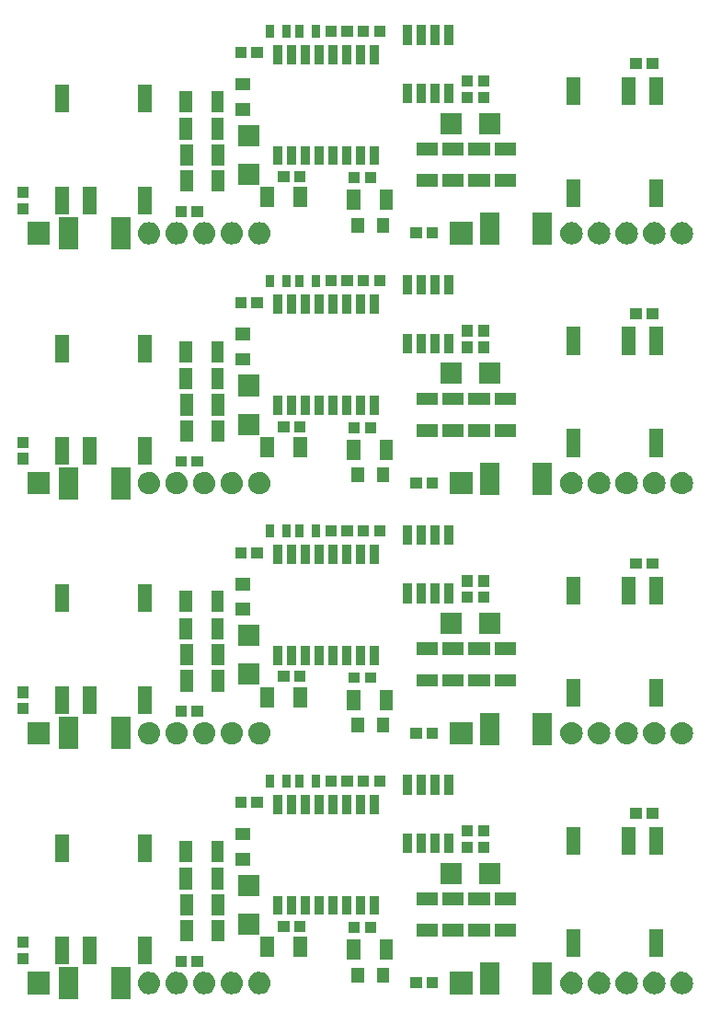
<source format=gts>
G04 #@! TF.FileFunction,Soldermask,Top*
%FSLAX46Y46*%
G04 Gerber Fmt 4.6, Leading zero omitted, Abs format (unit mm)*
G04 Created by KiCad (PCBNEW 4.0.1-stable) date 09.11.2016 23:19:49*
%MOMM*%
G01*
G04 APERTURE LIST*
%ADD10C,0.100000*%
G04 APERTURE END LIST*
D10*
G36*
X107980870Y-166280010D02*
X106219730Y-166280010D01*
X106219730Y-163319990D01*
X107980870Y-163319990D01*
X107980870Y-166280010D01*
X107980870Y-166280010D01*
G37*
G36*
X103180270Y-166280010D02*
X101419130Y-166280010D01*
X101419130Y-163319990D01*
X103180270Y-163319990D01*
X103180270Y-166280010D01*
X103180270Y-166280010D01*
G37*
G36*
X146780870Y-165880010D02*
X145019730Y-165880010D01*
X145019730Y-162919990D01*
X146780870Y-162919990D01*
X146780870Y-165880010D01*
X146780870Y-165880010D01*
G37*
G36*
X141980270Y-165880010D02*
X140219130Y-165880010D01*
X140219130Y-162919990D01*
X141980270Y-162919990D01*
X141980270Y-165880010D01*
X141980270Y-165880010D01*
G37*
G36*
X151156271Y-163770078D02*
X151156276Y-163770079D01*
X151159365Y-163770100D01*
X151359133Y-163792508D01*
X151550744Y-163853291D01*
X151726900Y-163950133D01*
X151880891Y-164079347D01*
X152006851Y-164236010D01*
X152099983Y-164414155D01*
X152156740Y-164606997D01*
X152156745Y-164607057D01*
X152156749Y-164607069D01*
X152174961Y-164807184D01*
X152153956Y-165007039D01*
X152153954Y-165007047D01*
X152153947Y-165007110D01*
X152094503Y-165199141D01*
X151998893Y-165375969D01*
X151870757Y-165530858D01*
X151714977Y-165657909D01*
X151537486Y-165752282D01*
X151345045Y-165810384D01*
X151144984Y-165830000D01*
X151134895Y-165830000D01*
X151123729Y-165829922D01*
X151123724Y-165829921D01*
X151120635Y-165829900D01*
X150920867Y-165807492D01*
X150729256Y-165746709D01*
X150553100Y-165649867D01*
X150399109Y-165520653D01*
X150273149Y-165363990D01*
X150180017Y-165185845D01*
X150123260Y-164993003D01*
X150123255Y-164992943D01*
X150123251Y-164992931D01*
X150105039Y-164792816D01*
X150126044Y-164592961D01*
X150126046Y-164592953D01*
X150126053Y-164592890D01*
X150185497Y-164400859D01*
X150281107Y-164224031D01*
X150409243Y-164069142D01*
X150565023Y-163942091D01*
X150742514Y-163847718D01*
X150934955Y-163789616D01*
X151135016Y-163770000D01*
X151145105Y-163770000D01*
X151156271Y-163770078D01*
X151156271Y-163770078D01*
G37*
G36*
X148616271Y-163770078D02*
X148616276Y-163770079D01*
X148619365Y-163770100D01*
X148819133Y-163792508D01*
X149010744Y-163853291D01*
X149186900Y-163950133D01*
X149340891Y-164079347D01*
X149466851Y-164236010D01*
X149559983Y-164414155D01*
X149616740Y-164606997D01*
X149616745Y-164607057D01*
X149616749Y-164607069D01*
X149634961Y-164807184D01*
X149613956Y-165007039D01*
X149613954Y-165007047D01*
X149613947Y-165007110D01*
X149554503Y-165199141D01*
X149458893Y-165375969D01*
X149330757Y-165530858D01*
X149174977Y-165657909D01*
X148997486Y-165752282D01*
X148805045Y-165810384D01*
X148604984Y-165830000D01*
X148594895Y-165830000D01*
X148583729Y-165829922D01*
X148583724Y-165829921D01*
X148580635Y-165829900D01*
X148380867Y-165807492D01*
X148189256Y-165746709D01*
X148013100Y-165649867D01*
X147859109Y-165520653D01*
X147733149Y-165363990D01*
X147640017Y-165185845D01*
X147583260Y-164993003D01*
X147583255Y-164992943D01*
X147583251Y-164992931D01*
X147565039Y-164792816D01*
X147586044Y-164592961D01*
X147586046Y-164592953D01*
X147586053Y-164592890D01*
X147645497Y-164400859D01*
X147741107Y-164224031D01*
X147869243Y-164069142D01*
X148025023Y-163942091D01*
X148202514Y-163847718D01*
X148394955Y-163789616D01*
X148595016Y-163770000D01*
X148605105Y-163770000D01*
X148616271Y-163770078D01*
X148616271Y-163770078D01*
G37*
G36*
X139470000Y-165830000D02*
X137410000Y-165830000D01*
X137410000Y-163770000D01*
X139470000Y-163770000D01*
X139470000Y-165830000D01*
X139470000Y-165830000D01*
G37*
G36*
X119876271Y-163770078D02*
X119876276Y-163770079D01*
X119879365Y-163770100D01*
X120079133Y-163792508D01*
X120270744Y-163853291D01*
X120446900Y-163950133D01*
X120600891Y-164079347D01*
X120726851Y-164236010D01*
X120819983Y-164414155D01*
X120876740Y-164606997D01*
X120876745Y-164607057D01*
X120876749Y-164607069D01*
X120894961Y-164807184D01*
X120873956Y-165007039D01*
X120873954Y-165007047D01*
X120873947Y-165007110D01*
X120814503Y-165199141D01*
X120718893Y-165375969D01*
X120590757Y-165530858D01*
X120434977Y-165657909D01*
X120257486Y-165752282D01*
X120065045Y-165810384D01*
X119864984Y-165830000D01*
X119854895Y-165830000D01*
X119843729Y-165829922D01*
X119843724Y-165829921D01*
X119840635Y-165829900D01*
X119640867Y-165807492D01*
X119449256Y-165746709D01*
X119273100Y-165649867D01*
X119119109Y-165520653D01*
X118993149Y-165363990D01*
X118900017Y-165185845D01*
X118843260Y-164993003D01*
X118843255Y-164992943D01*
X118843251Y-164992931D01*
X118825039Y-164792816D01*
X118846044Y-164592961D01*
X118846046Y-164592953D01*
X118846053Y-164592890D01*
X118905497Y-164400859D01*
X119001107Y-164224031D01*
X119129243Y-164069142D01*
X119285023Y-163942091D01*
X119462514Y-163847718D01*
X119654955Y-163789616D01*
X119855016Y-163770000D01*
X119865105Y-163770000D01*
X119876271Y-163770078D01*
X119876271Y-163770078D01*
G37*
G36*
X117336271Y-163770078D02*
X117336276Y-163770079D01*
X117339365Y-163770100D01*
X117539133Y-163792508D01*
X117730744Y-163853291D01*
X117906900Y-163950133D01*
X118060891Y-164079347D01*
X118186851Y-164236010D01*
X118279983Y-164414155D01*
X118336740Y-164606997D01*
X118336745Y-164607057D01*
X118336749Y-164607069D01*
X118354961Y-164807184D01*
X118333956Y-165007039D01*
X118333954Y-165007047D01*
X118333947Y-165007110D01*
X118274503Y-165199141D01*
X118178893Y-165375969D01*
X118050757Y-165530858D01*
X117894977Y-165657909D01*
X117717486Y-165752282D01*
X117525045Y-165810384D01*
X117324984Y-165830000D01*
X117314895Y-165830000D01*
X117303729Y-165829922D01*
X117303724Y-165829921D01*
X117300635Y-165829900D01*
X117100867Y-165807492D01*
X116909256Y-165746709D01*
X116733100Y-165649867D01*
X116579109Y-165520653D01*
X116453149Y-165363990D01*
X116360017Y-165185845D01*
X116303260Y-164993003D01*
X116303255Y-164992943D01*
X116303251Y-164992931D01*
X116285039Y-164792816D01*
X116306044Y-164592961D01*
X116306046Y-164592953D01*
X116306053Y-164592890D01*
X116365497Y-164400859D01*
X116461107Y-164224031D01*
X116589243Y-164069142D01*
X116745023Y-163942091D01*
X116922514Y-163847718D01*
X117114955Y-163789616D01*
X117315016Y-163770000D01*
X117325105Y-163770000D01*
X117336271Y-163770078D01*
X117336271Y-163770078D01*
G37*
G36*
X114796271Y-163770078D02*
X114796276Y-163770079D01*
X114799365Y-163770100D01*
X114999133Y-163792508D01*
X115190744Y-163853291D01*
X115366900Y-163950133D01*
X115520891Y-164079347D01*
X115646851Y-164236010D01*
X115739983Y-164414155D01*
X115796740Y-164606997D01*
X115796745Y-164607057D01*
X115796749Y-164607069D01*
X115814961Y-164807184D01*
X115793956Y-165007039D01*
X115793954Y-165007047D01*
X115793947Y-165007110D01*
X115734503Y-165199141D01*
X115638893Y-165375969D01*
X115510757Y-165530858D01*
X115354977Y-165657909D01*
X115177486Y-165752282D01*
X114985045Y-165810384D01*
X114784984Y-165830000D01*
X114774895Y-165830000D01*
X114763729Y-165829922D01*
X114763724Y-165829921D01*
X114760635Y-165829900D01*
X114560867Y-165807492D01*
X114369256Y-165746709D01*
X114193100Y-165649867D01*
X114039109Y-165520653D01*
X113913149Y-165363990D01*
X113820017Y-165185845D01*
X113763260Y-164993003D01*
X113763255Y-164992943D01*
X113763251Y-164992931D01*
X113745039Y-164792816D01*
X113766044Y-164592961D01*
X113766046Y-164592953D01*
X113766053Y-164592890D01*
X113825497Y-164400859D01*
X113921107Y-164224031D01*
X114049243Y-164069142D01*
X114205023Y-163942091D01*
X114382514Y-163847718D01*
X114574955Y-163789616D01*
X114775016Y-163770000D01*
X114785105Y-163770000D01*
X114796271Y-163770078D01*
X114796271Y-163770078D01*
G37*
G36*
X112256271Y-163770078D02*
X112256276Y-163770079D01*
X112259365Y-163770100D01*
X112459133Y-163792508D01*
X112650744Y-163853291D01*
X112826900Y-163950133D01*
X112980891Y-164079347D01*
X113106851Y-164236010D01*
X113199983Y-164414155D01*
X113256740Y-164606997D01*
X113256745Y-164607057D01*
X113256749Y-164607069D01*
X113274961Y-164807184D01*
X113253956Y-165007039D01*
X113253954Y-165007047D01*
X113253947Y-165007110D01*
X113194503Y-165199141D01*
X113098893Y-165375969D01*
X112970757Y-165530858D01*
X112814977Y-165657909D01*
X112637486Y-165752282D01*
X112445045Y-165810384D01*
X112244984Y-165830000D01*
X112234895Y-165830000D01*
X112223729Y-165829922D01*
X112223724Y-165829921D01*
X112220635Y-165829900D01*
X112020867Y-165807492D01*
X111829256Y-165746709D01*
X111653100Y-165649867D01*
X111499109Y-165520653D01*
X111373149Y-165363990D01*
X111280017Y-165185845D01*
X111223260Y-164993003D01*
X111223255Y-164992943D01*
X111223251Y-164992931D01*
X111205039Y-164792816D01*
X111226044Y-164592961D01*
X111226046Y-164592953D01*
X111226053Y-164592890D01*
X111285497Y-164400859D01*
X111381107Y-164224031D01*
X111509243Y-164069142D01*
X111665023Y-163942091D01*
X111842514Y-163847718D01*
X112034955Y-163789616D01*
X112235016Y-163770000D01*
X112245105Y-163770000D01*
X112256271Y-163770078D01*
X112256271Y-163770078D01*
G37*
G36*
X100570000Y-165830000D02*
X98510000Y-165830000D01*
X98510000Y-163770000D01*
X100570000Y-163770000D01*
X100570000Y-165830000D01*
X100570000Y-165830000D01*
G37*
G36*
X158776271Y-163770078D02*
X158776276Y-163770079D01*
X158779365Y-163770100D01*
X158979133Y-163792508D01*
X159170744Y-163853291D01*
X159346900Y-163950133D01*
X159500891Y-164079347D01*
X159626851Y-164236010D01*
X159719983Y-164414155D01*
X159776740Y-164606997D01*
X159776745Y-164607057D01*
X159776749Y-164607069D01*
X159794961Y-164807184D01*
X159773956Y-165007039D01*
X159773954Y-165007047D01*
X159773947Y-165007110D01*
X159714503Y-165199141D01*
X159618893Y-165375969D01*
X159490757Y-165530858D01*
X159334977Y-165657909D01*
X159157486Y-165752282D01*
X158965045Y-165810384D01*
X158764984Y-165830000D01*
X158754895Y-165830000D01*
X158743729Y-165829922D01*
X158743724Y-165829921D01*
X158740635Y-165829900D01*
X158540867Y-165807492D01*
X158349256Y-165746709D01*
X158173100Y-165649867D01*
X158019109Y-165520653D01*
X157893149Y-165363990D01*
X157800017Y-165185845D01*
X157743260Y-164993003D01*
X157743255Y-164992943D01*
X157743251Y-164992931D01*
X157725039Y-164792816D01*
X157746044Y-164592961D01*
X157746046Y-164592953D01*
X157746053Y-164592890D01*
X157805497Y-164400859D01*
X157901107Y-164224031D01*
X158029243Y-164069142D01*
X158185023Y-163942091D01*
X158362514Y-163847718D01*
X158554955Y-163789616D01*
X158755016Y-163770000D01*
X158765105Y-163770000D01*
X158776271Y-163770078D01*
X158776271Y-163770078D01*
G37*
G36*
X156236271Y-163770078D02*
X156236276Y-163770079D01*
X156239365Y-163770100D01*
X156439133Y-163792508D01*
X156630744Y-163853291D01*
X156806900Y-163950133D01*
X156960891Y-164079347D01*
X157086851Y-164236010D01*
X157179983Y-164414155D01*
X157236740Y-164606997D01*
X157236745Y-164607057D01*
X157236749Y-164607069D01*
X157254961Y-164807184D01*
X157233956Y-165007039D01*
X157233954Y-165007047D01*
X157233947Y-165007110D01*
X157174503Y-165199141D01*
X157078893Y-165375969D01*
X156950757Y-165530858D01*
X156794977Y-165657909D01*
X156617486Y-165752282D01*
X156425045Y-165810384D01*
X156224984Y-165830000D01*
X156214895Y-165830000D01*
X156203729Y-165829922D01*
X156203724Y-165829921D01*
X156200635Y-165829900D01*
X156000867Y-165807492D01*
X155809256Y-165746709D01*
X155633100Y-165649867D01*
X155479109Y-165520653D01*
X155353149Y-165363990D01*
X155260017Y-165185845D01*
X155203260Y-164993003D01*
X155203255Y-164992943D01*
X155203251Y-164992931D01*
X155185039Y-164792816D01*
X155206044Y-164592961D01*
X155206046Y-164592953D01*
X155206053Y-164592890D01*
X155265497Y-164400859D01*
X155361107Y-164224031D01*
X155489243Y-164069142D01*
X155645023Y-163942091D01*
X155822514Y-163847718D01*
X156014955Y-163789616D01*
X156215016Y-163770000D01*
X156225105Y-163770000D01*
X156236271Y-163770078D01*
X156236271Y-163770078D01*
G37*
G36*
X153696271Y-163770078D02*
X153696276Y-163770079D01*
X153699365Y-163770100D01*
X153899133Y-163792508D01*
X154090744Y-163853291D01*
X154266900Y-163950133D01*
X154420891Y-164079347D01*
X154546851Y-164236010D01*
X154639983Y-164414155D01*
X154696740Y-164606997D01*
X154696745Y-164607057D01*
X154696749Y-164607069D01*
X154714961Y-164807184D01*
X154693956Y-165007039D01*
X154693954Y-165007047D01*
X154693947Y-165007110D01*
X154634503Y-165199141D01*
X154538893Y-165375969D01*
X154410757Y-165530858D01*
X154254977Y-165657909D01*
X154077486Y-165752282D01*
X153885045Y-165810384D01*
X153684984Y-165830000D01*
X153674895Y-165830000D01*
X153663729Y-165829922D01*
X153663724Y-165829921D01*
X153660635Y-165829900D01*
X153460867Y-165807492D01*
X153269256Y-165746709D01*
X153093100Y-165649867D01*
X152939109Y-165520653D01*
X152813149Y-165363990D01*
X152720017Y-165185845D01*
X152663260Y-164993003D01*
X152663255Y-164992943D01*
X152663251Y-164992931D01*
X152645039Y-164792816D01*
X152666044Y-164592961D01*
X152666046Y-164592953D01*
X152666053Y-164592890D01*
X152725497Y-164400859D01*
X152821107Y-164224031D01*
X152949243Y-164069142D01*
X153105023Y-163942091D01*
X153282514Y-163847718D01*
X153474955Y-163789616D01*
X153675016Y-163770000D01*
X153685105Y-163770000D01*
X153696271Y-163770078D01*
X153696271Y-163770078D01*
G37*
G36*
X109716271Y-163770078D02*
X109716276Y-163770079D01*
X109719365Y-163770100D01*
X109919133Y-163792508D01*
X110110744Y-163853291D01*
X110286900Y-163950133D01*
X110440891Y-164079347D01*
X110566851Y-164236010D01*
X110659983Y-164414155D01*
X110716740Y-164606997D01*
X110716745Y-164607057D01*
X110716749Y-164607069D01*
X110734961Y-164807184D01*
X110713956Y-165007039D01*
X110713954Y-165007047D01*
X110713947Y-165007110D01*
X110654503Y-165199141D01*
X110558893Y-165375969D01*
X110430757Y-165530858D01*
X110274977Y-165657909D01*
X110097486Y-165752282D01*
X109905045Y-165810384D01*
X109704984Y-165830000D01*
X109694895Y-165830000D01*
X109683729Y-165829922D01*
X109683724Y-165829921D01*
X109680635Y-165829900D01*
X109480867Y-165807492D01*
X109289256Y-165746709D01*
X109113100Y-165649867D01*
X108959109Y-165520653D01*
X108833149Y-165363990D01*
X108740017Y-165185845D01*
X108683260Y-164993003D01*
X108683255Y-164992943D01*
X108683251Y-164992931D01*
X108665039Y-164792816D01*
X108686044Y-164592961D01*
X108686046Y-164592953D01*
X108686053Y-164592890D01*
X108745497Y-164400859D01*
X108841107Y-164224031D01*
X108969243Y-164069142D01*
X109125023Y-163942091D01*
X109302514Y-163847718D01*
X109494955Y-163789616D01*
X109695016Y-163770000D01*
X109705105Y-163770000D01*
X109716271Y-163770078D01*
X109716271Y-163770078D01*
G37*
G36*
X134830000Y-165305000D02*
X133770000Y-165305000D01*
X133770000Y-164295000D01*
X134830000Y-164295000D01*
X134830000Y-165305000D01*
X134830000Y-165305000D01*
G37*
G36*
X136330000Y-165305000D02*
X135270000Y-165305000D01*
X135270000Y-164295000D01*
X136330000Y-164295000D01*
X136330000Y-165305000D01*
X136330000Y-165305000D01*
G37*
G36*
X131830000Y-164730000D02*
X130670000Y-164730000D01*
X130670000Y-163370000D01*
X131830000Y-163370000D01*
X131830000Y-164730000D01*
X131830000Y-164730000D01*
G37*
G36*
X129530000Y-164730000D02*
X128370000Y-164730000D01*
X128370000Y-163370000D01*
X129530000Y-163370000D01*
X129530000Y-164730000D01*
X129530000Y-164730000D01*
G37*
G36*
X114680000Y-163305000D02*
X113620000Y-163305000D01*
X113620000Y-162295000D01*
X114680000Y-162295000D01*
X114680000Y-163305000D01*
X114680000Y-163305000D01*
G37*
G36*
X113180000Y-163305000D02*
X112120000Y-163305000D01*
X112120000Y-162295000D01*
X113180000Y-162295000D01*
X113180000Y-163305000D01*
X113180000Y-163305000D01*
G37*
G36*
X102320000Y-163080000D02*
X101060000Y-163080000D01*
X101060000Y-160520000D01*
X102320000Y-160520000D01*
X102320000Y-163080000D01*
X102320000Y-163080000D01*
G37*
G36*
X109940000Y-163080000D02*
X108680000Y-163080000D01*
X108680000Y-160520000D01*
X109940000Y-160520000D01*
X109940000Y-163080000D01*
X109940000Y-163080000D01*
G37*
G36*
X104860000Y-163080000D02*
X103600000Y-163080000D01*
X103600000Y-160520000D01*
X104860000Y-160520000D01*
X104860000Y-163080000D01*
X104860000Y-163080000D01*
G37*
G36*
X98605000Y-163080000D02*
X97595000Y-163080000D01*
X97595000Y-162020000D01*
X98605000Y-162020000D01*
X98605000Y-163080000D01*
X98605000Y-163080000D01*
G37*
G36*
X132180000Y-162680000D02*
X130920000Y-162680000D01*
X130920000Y-160820000D01*
X132180000Y-160820000D01*
X132180000Y-162680000D01*
X132180000Y-162680000D01*
G37*
G36*
X129180000Y-162680000D02*
X127920000Y-162680000D01*
X127920000Y-160820000D01*
X129180000Y-160820000D01*
X129180000Y-162680000D01*
X129180000Y-162680000D01*
G37*
G36*
X124230000Y-162430000D02*
X122970000Y-162430000D01*
X122970000Y-160570000D01*
X124230000Y-160570000D01*
X124230000Y-162430000D01*
X124230000Y-162430000D01*
G37*
G36*
X121230000Y-162430000D02*
X119970000Y-162430000D01*
X119970000Y-160570000D01*
X121230000Y-160570000D01*
X121230000Y-162430000D01*
X121230000Y-162430000D01*
G37*
G36*
X149420000Y-162380000D02*
X148160000Y-162380000D01*
X148160000Y-159820000D01*
X149420000Y-159820000D01*
X149420000Y-162380000D01*
X149420000Y-162380000D01*
G37*
G36*
X157040000Y-162380000D02*
X155780000Y-162380000D01*
X155780000Y-159820000D01*
X157040000Y-159820000D01*
X157040000Y-162380000D01*
X157040000Y-162380000D01*
G37*
G36*
X98605000Y-161580000D02*
X97595000Y-161580000D01*
X97595000Y-160520000D01*
X98605000Y-160520000D01*
X98605000Y-161580000D01*
X98605000Y-161580000D01*
G37*
G36*
X113730000Y-160980000D02*
X112570000Y-160980000D01*
X112570000Y-159020000D01*
X113730000Y-159020000D01*
X113730000Y-160980000D01*
X113730000Y-160980000D01*
G37*
G36*
X116630000Y-160980000D02*
X115470000Y-160980000D01*
X115470000Y-159020000D01*
X116630000Y-159020000D01*
X116630000Y-160980000D01*
X116630000Y-160980000D01*
G37*
G36*
X136280000Y-160530000D02*
X134320000Y-160530000D01*
X134320000Y-159370000D01*
X136280000Y-159370000D01*
X136280000Y-160530000D01*
X136280000Y-160530000D01*
G37*
G36*
X141080000Y-160530000D02*
X139120000Y-160530000D01*
X139120000Y-159370000D01*
X141080000Y-159370000D01*
X141080000Y-160530000D01*
X141080000Y-160530000D01*
G37*
G36*
X143480000Y-160530000D02*
X141520000Y-160530000D01*
X141520000Y-159370000D01*
X143480000Y-159370000D01*
X143480000Y-160530000D01*
X143480000Y-160530000D01*
G37*
G36*
X138680000Y-160530000D02*
X136720000Y-160530000D01*
X136720000Y-159370000D01*
X138680000Y-159370000D01*
X138680000Y-160530000D01*
X138680000Y-160530000D01*
G37*
G36*
X119870000Y-160370000D02*
X117930000Y-160370000D01*
X117930000Y-158410000D01*
X119870000Y-158410000D01*
X119870000Y-160370000D01*
X119870000Y-160370000D01*
G37*
G36*
X130630000Y-160205000D02*
X129570000Y-160205000D01*
X129570000Y-159195000D01*
X130630000Y-159195000D01*
X130630000Y-160205000D01*
X130630000Y-160205000D01*
G37*
G36*
X129130000Y-160205000D02*
X128070000Y-160205000D01*
X128070000Y-159195000D01*
X129130000Y-159195000D01*
X129130000Y-160205000D01*
X129130000Y-160205000D01*
G37*
G36*
X122630000Y-160105000D02*
X121570000Y-160105000D01*
X121570000Y-159095000D01*
X122630000Y-159095000D01*
X122630000Y-160105000D01*
X122630000Y-160105000D01*
G37*
G36*
X124130000Y-160105000D02*
X123070000Y-160105000D01*
X123070000Y-159095000D01*
X124130000Y-159095000D01*
X124130000Y-160105000D01*
X124130000Y-160105000D01*
G37*
G36*
X116630000Y-158580000D02*
X115470000Y-158580000D01*
X115470000Y-156620000D01*
X116630000Y-156620000D01*
X116630000Y-158580000D01*
X116630000Y-158580000D01*
G37*
G36*
X113730000Y-158580000D02*
X112570000Y-158580000D01*
X112570000Y-156620000D01*
X113730000Y-156620000D01*
X113730000Y-158580000D01*
X113730000Y-158580000D01*
G37*
G36*
X125795000Y-158530000D02*
X124935000Y-158530000D01*
X124935000Y-156770000D01*
X125795000Y-156770000D01*
X125795000Y-158530000D01*
X125795000Y-158530000D01*
G37*
G36*
X121985000Y-158530000D02*
X121125000Y-158530000D01*
X121125000Y-156770000D01*
X121985000Y-156770000D01*
X121985000Y-158530000D01*
X121985000Y-158530000D01*
G37*
G36*
X123255000Y-158530000D02*
X122395000Y-158530000D01*
X122395000Y-156770000D01*
X123255000Y-156770000D01*
X123255000Y-158530000D01*
X123255000Y-158530000D01*
G37*
G36*
X124525000Y-158530000D02*
X123665000Y-158530000D01*
X123665000Y-156770000D01*
X124525000Y-156770000D01*
X124525000Y-158530000D01*
X124525000Y-158530000D01*
G37*
G36*
X130875000Y-158530000D02*
X130015000Y-158530000D01*
X130015000Y-156770000D01*
X130875000Y-156770000D01*
X130875000Y-158530000D01*
X130875000Y-158530000D01*
G37*
G36*
X127065000Y-158530000D02*
X126205000Y-158530000D01*
X126205000Y-156770000D01*
X127065000Y-156770000D01*
X127065000Y-158530000D01*
X127065000Y-158530000D01*
G37*
G36*
X129605000Y-158530000D02*
X128745000Y-158530000D01*
X128745000Y-156770000D01*
X129605000Y-156770000D01*
X129605000Y-158530000D01*
X129605000Y-158530000D01*
G37*
G36*
X128335000Y-158530000D02*
X127475000Y-158530000D01*
X127475000Y-156770000D01*
X128335000Y-156770000D01*
X128335000Y-158530000D01*
X128335000Y-158530000D01*
G37*
G36*
X138680000Y-157630000D02*
X136720000Y-157630000D01*
X136720000Y-156470000D01*
X138680000Y-156470000D01*
X138680000Y-157630000D01*
X138680000Y-157630000D01*
G37*
G36*
X143480000Y-157630000D02*
X141520000Y-157630000D01*
X141520000Y-156470000D01*
X143480000Y-156470000D01*
X143480000Y-157630000D01*
X143480000Y-157630000D01*
G37*
G36*
X136280000Y-157630000D02*
X134320000Y-157630000D01*
X134320000Y-156470000D01*
X136280000Y-156470000D01*
X136280000Y-157630000D01*
X136280000Y-157630000D01*
G37*
G36*
X141080000Y-157630000D02*
X139120000Y-157630000D01*
X139120000Y-156470000D01*
X141080000Y-156470000D01*
X141080000Y-157630000D01*
X141080000Y-157630000D01*
G37*
G36*
X119870000Y-156790000D02*
X117930000Y-156790000D01*
X117930000Y-154830000D01*
X119870000Y-154830000D01*
X119870000Y-156790000D01*
X119870000Y-156790000D01*
G37*
G36*
X116580000Y-156180000D02*
X115420000Y-156180000D01*
X115420000Y-154220000D01*
X116580000Y-154220000D01*
X116580000Y-156180000D01*
X116580000Y-156180000D01*
G37*
G36*
X113680000Y-156180000D02*
X112520000Y-156180000D01*
X112520000Y-154220000D01*
X113680000Y-154220000D01*
X113680000Y-156180000D01*
X113680000Y-156180000D01*
G37*
G36*
X142070000Y-155670000D02*
X140110000Y-155670000D01*
X140110000Y-153730000D01*
X142070000Y-153730000D01*
X142070000Y-155670000D01*
X142070000Y-155670000D01*
G37*
G36*
X138490000Y-155670000D02*
X136530000Y-155670000D01*
X136530000Y-153730000D01*
X138490000Y-153730000D01*
X138490000Y-155670000D01*
X138490000Y-155670000D01*
G37*
G36*
X118980000Y-153980000D02*
X117620000Y-153980000D01*
X117620000Y-152820000D01*
X118980000Y-152820000D01*
X118980000Y-153980000D01*
X118980000Y-153980000D01*
G37*
G36*
X109940000Y-153680000D02*
X108680000Y-153680000D01*
X108680000Y-151120000D01*
X109940000Y-151120000D01*
X109940000Y-153680000D01*
X109940000Y-153680000D01*
G37*
G36*
X116580000Y-153680000D02*
X115420000Y-153680000D01*
X115420000Y-151720000D01*
X116580000Y-151720000D01*
X116580000Y-153680000D01*
X116580000Y-153680000D01*
G37*
G36*
X113680000Y-153680000D02*
X112520000Y-153680000D01*
X112520000Y-151720000D01*
X113680000Y-151720000D01*
X113680000Y-153680000D01*
X113680000Y-153680000D01*
G37*
G36*
X102320000Y-153680000D02*
X101060000Y-153680000D01*
X101060000Y-151120000D01*
X102320000Y-151120000D01*
X102320000Y-153680000D01*
X102320000Y-153680000D01*
G37*
G36*
X154500000Y-152980000D02*
X153240000Y-152980000D01*
X153240000Y-150420000D01*
X154500000Y-150420000D01*
X154500000Y-152980000D01*
X154500000Y-152980000D01*
G37*
G36*
X149420000Y-152980000D02*
X148160000Y-152980000D01*
X148160000Y-150420000D01*
X149420000Y-150420000D01*
X149420000Y-152980000D01*
X149420000Y-152980000D01*
G37*
G36*
X157040000Y-152980000D02*
X155780000Y-152980000D01*
X155780000Y-150420000D01*
X157040000Y-150420000D01*
X157040000Y-152980000D01*
X157040000Y-152980000D01*
G37*
G36*
X133941383Y-152865005D02*
X133081383Y-152865005D01*
X133081383Y-151055005D01*
X133941383Y-151055005D01*
X133941383Y-152865005D01*
X133941383Y-152865005D01*
G37*
G36*
X135211383Y-152865005D02*
X134351383Y-152865005D01*
X134351383Y-151055005D01*
X135211383Y-151055005D01*
X135211383Y-152865005D01*
X135211383Y-152865005D01*
G37*
G36*
X136481383Y-152865005D02*
X135621383Y-152865005D01*
X135621383Y-151055005D01*
X136481383Y-151055005D01*
X136481383Y-152865005D01*
X136481383Y-152865005D01*
G37*
G36*
X137751383Y-152865005D02*
X136891383Y-152865005D01*
X136891383Y-151055005D01*
X137751383Y-151055005D01*
X137751383Y-152865005D01*
X137751383Y-152865005D01*
G37*
G36*
X141005000Y-152830000D02*
X139995000Y-152830000D01*
X139995000Y-151770000D01*
X141005000Y-151770000D01*
X141005000Y-152830000D01*
X141005000Y-152830000D01*
G37*
G36*
X139505000Y-152830000D02*
X138495000Y-152830000D01*
X138495000Y-151770000D01*
X139505000Y-151770000D01*
X139505000Y-152830000D01*
X139505000Y-152830000D01*
G37*
G36*
X118980000Y-151680000D02*
X117620000Y-151680000D01*
X117620000Y-150520000D01*
X118980000Y-150520000D01*
X118980000Y-151680000D01*
X118980000Y-151680000D01*
G37*
G36*
X141005000Y-151330000D02*
X139995000Y-151330000D01*
X139995000Y-150270000D01*
X141005000Y-150270000D01*
X141005000Y-151330000D01*
X141005000Y-151330000D01*
G37*
G36*
X139505000Y-151330000D02*
X138495000Y-151330000D01*
X138495000Y-150270000D01*
X139505000Y-150270000D01*
X139505000Y-151330000D01*
X139505000Y-151330000D01*
G37*
G36*
X155080000Y-149705000D02*
X154020000Y-149705000D01*
X154020000Y-148695000D01*
X155080000Y-148695000D01*
X155080000Y-149705000D01*
X155080000Y-149705000D01*
G37*
G36*
X156580000Y-149705000D02*
X155520000Y-149705000D01*
X155520000Y-148695000D01*
X156580000Y-148695000D01*
X156580000Y-149705000D01*
X156580000Y-149705000D01*
G37*
G36*
X121985000Y-149230000D02*
X121125000Y-149230000D01*
X121125000Y-147470000D01*
X121985000Y-147470000D01*
X121985000Y-149230000D01*
X121985000Y-149230000D01*
G37*
G36*
X123255000Y-149230000D02*
X122395000Y-149230000D01*
X122395000Y-147470000D01*
X123255000Y-147470000D01*
X123255000Y-149230000D01*
X123255000Y-149230000D01*
G37*
G36*
X124525000Y-149230000D02*
X123665000Y-149230000D01*
X123665000Y-147470000D01*
X124525000Y-147470000D01*
X124525000Y-149230000D01*
X124525000Y-149230000D01*
G37*
G36*
X125795000Y-149230000D02*
X124935000Y-149230000D01*
X124935000Y-147470000D01*
X125795000Y-147470000D01*
X125795000Y-149230000D01*
X125795000Y-149230000D01*
G37*
G36*
X127065000Y-149230000D02*
X126205000Y-149230000D01*
X126205000Y-147470000D01*
X127065000Y-147470000D01*
X127065000Y-149230000D01*
X127065000Y-149230000D01*
G37*
G36*
X130875000Y-149230000D02*
X130015000Y-149230000D01*
X130015000Y-147470000D01*
X130875000Y-147470000D01*
X130875000Y-149230000D01*
X130875000Y-149230000D01*
G37*
G36*
X129605000Y-149230000D02*
X128745000Y-149230000D01*
X128745000Y-147470000D01*
X129605000Y-147470000D01*
X129605000Y-149230000D01*
X129605000Y-149230000D01*
G37*
G36*
X128335000Y-149230000D02*
X127475000Y-149230000D01*
X127475000Y-147470000D01*
X128335000Y-147470000D01*
X128335000Y-149230000D01*
X128335000Y-149230000D01*
G37*
G36*
X118680000Y-148705000D02*
X117620000Y-148705000D01*
X117620000Y-147695000D01*
X118680000Y-147695000D01*
X118680000Y-148705000D01*
X118680000Y-148705000D01*
G37*
G36*
X120180000Y-148705000D02*
X119120000Y-148705000D01*
X119120000Y-147695000D01*
X120180000Y-147695000D01*
X120180000Y-148705000D01*
X120180000Y-148705000D01*
G37*
G36*
X136481383Y-147465005D02*
X135621383Y-147465005D01*
X135621383Y-145655005D01*
X136481383Y-145655005D01*
X136481383Y-147465005D01*
X136481383Y-147465005D01*
G37*
G36*
X133941383Y-147465005D02*
X133081383Y-147465005D01*
X133081383Y-145655005D01*
X133941383Y-145655005D01*
X133941383Y-147465005D01*
X133941383Y-147465005D01*
G37*
G36*
X135211383Y-147465005D02*
X134351383Y-147465005D01*
X134351383Y-145655005D01*
X135211383Y-145655005D01*
X135211383Y-147465005D01*
X135211383Y-147465005D01*
G37*
G36*
X137751383Y-147465005D02*
X136891383Y-147465005D01*
X136891383Y-145655005D01*
X137751383Y-145655005D01*
X137751383Y-147465005D01*
X137751383Y-147465005D01*
G37*
G36*
X121230000Y-146780000D02*
X120470000Y-146780000D01*
X120470000Y-145620000D01*
X121230000Y-145620000D01*
X121230000Y-146780000D01*
X121230000Y-146780000D01*
G37*
G36*
X125430000Y-146780000D02*
X124670000Y-146780000D01*
X124670000Y-145620000D01*
X125430000Y-145620000D01*
X125430000Y-146780000D01*
X125430000Y-146780000D01*
G37*
G36*
X123930000Y-146780000D02*
X123170000Y-146780000D01*
X123170000Y-145620000D01*
X123930000Y-145620000D01*
X123930000Y-146780000D01*
X123930000Y-146780000D01*
G37*
G36*
X122730000Y-146780000D02*
X121970000Y-146780000D01*
X121970000Y-145620000D01*
X122730000Y-145620000D01*
X122730000Y-146780000D01*
X122730000Y-146780000D01*
G37*
G36*
X126980000Y-146705000D02*
X125920000Y-146705000D01*
X125920000Y-145695000D01*
X126980000Y-145695000D01*
X126980000Y-146705000D01*
X126980000Y-146705000D01*
G37*
G36*
X131480000Y-146705000D02*
X130420000Y-146705000D01*
X130420000Y-145695000D01*
X131480000Y-145695000D01*
X131480000Y-146705000D01*
X131480000Y-146705000D01*
G37*
G36*
X128480000Y-146705000D02*
X127420000Y-146705000D01*
X127420000Y-145695000D01*
X128480000Y-145695000D01*
X128480000Y-146705000D01*
X128480000Y-146705000D01*
G37*
G36*
X129980000Y-146705000D02*
X128920000Y-146705000D01*
X128920000Y-145695000D01*
X129980000Y-145695000D01*
X129980000Y-146705000D01*
X129980000Y-146705000D01*
G37*
G36*
X103180270Y-143280010D02*
X101419130Y-143280010D01*
X101419130Y-140319990D01*
X103180270Y-140319990D01*
X103180270Y-143280010D01*
X103180270Y-143280010D01*
G37*
G36*
X107980870Y-143280010D02*
X106219730Y-143280010D01*
X106219730Y-140319990D01*
X107980870Y-140319990D01*
X107980870Y-143280010D01*
X107980870Y-143280010D01*
G37*
G36*
X146780870Y-142880010D02*
X145019730Y-142880010D01*
X145019730Y-139919990D01*
X146780870Y-139919990D01*
X146780870Y-142880010D01*
X146780870Y-142880010D01*
G37*
G36*
X141980270Y-142880010D02*
X140219130Y-142880010D01*
X140219130Y-139919990D01*
X141980270Y-139919990D01*
X141980270Y-142880010D01*
X141980270Y-142880010D01*
G37*
G36*
X156236271Y-140770078D02*
X156236276Y-140770079D01*
X156239365Y-140770100D01*
X156439133Y-140792508D01*
X156630744Y-140853291D01*
X156806900Y-140950133D01*
X156960891Y-141079347D01*
X157086851Y-141236010D01*
X157179983Y-141414155D01*
X157236740Y-141606997D01*
X157236745Y-141607057D01*
X157236749Y-141607069D01*
X157254961Y-141807184D01*
X157233956Y-142007039D01*
X157233954Y-142007047D01*
X157233947Y-142007110D01*
X157174503Y-142199141D01*
X157078893Y-142375969D01*
X156950757Y-142530858D01*
X156794977Y-142657909D01*
X156617486Y-142752282D01*
X156425045Y-142810384D01*
X156224984Y-142830000D01*
X156214895Y-142830000D01*
X156203729Y-142829922D01*
X156203724Y-142829921D01*
X156200635Y-142829900D01*
X156000867Y-142807492D01*
X155809256Y-142746709D01*
X155633100Y-142649867D01*
X155479109Y-142520653D01*
X155353149Y-142363990D01*
X155260017Y-142185845D01*
X155203260Y-141993003D01*
X155203255Y-141992943D01*
X155203251Y-141992931D01*
X155185039Y-141792816D01*
X155206044Y-141592961D01*
X155206046Y-141592953D01*
X155206053Y-141592890D01*
X155265497Y-141400859D01*
X155361107Y-141224031D01*
X155489243Y-141069142D01*
X155645023Y-140942091D01*
X155822514Y-140847718D01*
X156014955Y-140789616D01*
X156215016Y-140770000D01*
X156225105Y-140770000D01*
X156236271Y-140770078D01*
X156236271Y-140770078D01*
G37*
G36*
X139470000Y-142830000D02*
X137410000Y-142830000D01*
X137410000Y-140770000D01*
X139470000Y-140770000D01*
X139470000Y-142830000D01*
X139470000Y-142830000D01*
G37*
G36*
X148616271Y-140770078D02*
X148616276Y-140770079D01*
X148619365Y-140770100D01*
X148819133Y-140792508D01*
X149010744Y-140853291D01*
X149186900Y-140950133D01*
X149340891Y-141079347D01*
X149466851Y-141236010D01*
X149559983Y-141414155D01*
X149616740Y-141606997D01*
X149616745Y-141607057D01*
X149616749Y-141607069D01*
X149634961Y-141807184D01*
X149613956Y-142007039D01*
X149613954Y-142007047D01*
X149613947Y-142007110D01*
X149554503Y-142199141D01*
X149458893Y-142375969D01*
X149330757Y-142530858D01*
X149174977Y-142657909D01*
X148997486Y-142752282D01*
X148805045Y-142810384D01*
X148604984Y-142830000D01*
X148594895Y-142830000D01*
X148583729Y-142829922D01*
X148583724Y-142829921D01*
X148580635Y-142829900D01*
X148380867Y-142807492D01*
X148189256Y-142746709D01*
X148013100Y-142649867D01*
X147859109Y-142520653D01*
X147733149Y-142363990D01*
X147640017Y-142185845D01*
X147583260Y-141993003D01*
X147583255Y-141992943D01*
X147583251Y-141992931D01*
X147565039Y-141792816D01*
X147586044Y-141592961D01*
X147586046Y-141592953D01*
X147586053Y-141592890D01*
X147645497Y-141400859D01*
X147741107Y-141224031D01*
X147869243Y-141069142D01*
X148025023Y-140942091D01*
X148202514Y-140847718D01*
X148394955Y-140789616D01*
X148595016Y-140770000D01*
X148605105Y-140770000D01*
X148616271Y-140770078D01*
X148616271Y-140770078D01*
G37*
G36*
X151156271Y-140770078D02*
X151156276Y-140770079D01*
X151159365Y-140770100D01*
X151359133Y-140792508D01*
X151550744Y-140853291D01*
X151726900Y-140950133D01*
X151880891Y-141079347D01*
X152006851Y-141236010D01*
X152099983Y-141414155D01*
X152156740Y-141606997D01*
X152156745Y-141607057D01*
X152156749Y-141607069D01*
X152174961Y-141807184D01*
X152153956Y-142007039D01*
X152153954Y-142007047D01*
X152153947Y-142007110D01*
X152094503Y-142199141D01*
X151998893Y-142375969D01*
X151870757Y-142530858D01*
X151714977Y-142657909D01*
X151537486Y-142752282D01*
X151345045Y-142810384D01*
X151144984Y-142830000D01*
X151134895Y-142830000D01*
X151123729Y-142829922D01*
X151123724Y-142829921D01*
X151120635Y-142829900D01*
X150920867Y-142807492D01*
X150729256Y-142746709D01*
X150553100Y-142649867D01*
X150399109Y-142520653D01*
X150273149Y-142363990D01*
X150180017Y-142185845D01*
X150123260Y-141993003D01*
X150123255Y-141992943D01*
X150123251Y-141992931D01*
X150105039Y-141792816D01*
X150126044Y-141592961D01*
X150126046Y-141592953D01*
X150126053Y-141592890D01*
X150185497Y-141400859D01*
X150281107Y-141224031D01*
X150409243Y-141069142D01*
X150565023Y-140942091D01*
X150742514Y-140847718D01*
X150934955Y-140789616D01*
X151135016Y-140770000D01*
X151145105Y-140770000D01*
X151156271Y-140770078D01*
X151156271Y-140770078D01*
G37*
G36*
X158776271Y-140770078D02*
X158776276Y-140770079D01*
X158779365Y-140770100D01*
X158979133Y-140792508D01*
X159170744Y-140853291D01*
X159346900Y-140950133D01*
X159500891Y-141079347D01*
X159626851Y-141236010D01*
X159719983Y-141414155D01*
X159776740Y-141606997D01*
X159776745Y-141607057D01*
X159776749Y-141607069D01*
X159794961Y-141807184D01*
X159773956Y-142007039D01*
X159773954Y-142007047D01*
X159773947Y-142007110D01*
X159714503Y-142199141D01*
X159618893Y-142375969D01*
X159490757Y-142530858D01*
X159334977Y-142657909D01*
X159157486Y-142752282D01*
X158965045Y-142810384D01*
X158764984Y-142830000D01*
X158754895Y-142830000D01*
X158743729Y-142829922D01*
X158743724Y-142829921D01*
X158740635Y-142829900D01*
X158540867Y-142807492D01*
X158349256Y-142746709D01*
X158173100Y-142649867D01*
X158019109Y-142520653D01*
X157893149Y-142363990D01*
X157800017Y-142185845D01*
X157743260Y-141993003D01*
X157743255Y-141992943D01*
X157743251Y-141992931D01*
X157725039Y-141792816D01*
X157746044Y-141592961D01*
X157746046Y-141592953D01*
X157746053Y-141592890D01*
X157805497Y-141400859D01*
X157901107Y-141224031D01*
X158029243Y-141069142D01*
X158185023Y-140942091D01*
X158362514Y-140847718D01*
X158554955Y-140789616D01*
X158755016Y-140770000D01*
X158765105Y-140770000D01*
X158776271Y-140770078D01*
X158776271Y-140770078D01*
G37*
G36*
X100570000Y-142830000D02*
X98510000Y-142830000D01*
X98510000Y-140770000D01*
X100570000Y-140770000D01*
X100570000Y-142830000D01*
X100570000Y-142830000D01*
G37*
G36*
X109716271Y-140770078D02*
X109716276Y-140770079D01*
X109719365Y-140770100D01*
X109919133Y-140792508D01*
X110110744Y-140853291D01*
X110286900Y-140950133D01*
X110440891Y-141079347D01*
X110566851Y-141236010D01*
X110659983Y-141414155D01*
X110716740Y-141606997D01*
X110716745Y-141607057D01*
X110716749Y-141607069D01*
X110734961Y-141807184D01*
X110713956Y-142007039D01*
X110713954Y-142007047D01*
X110713947Y-142007110D01*
X110654503Y-142199141D01*
X110558893Y-142375969D01*
X110430757Y-142530858D01*
X110274977Y-142657909D01*
X110097486Y-142752282D01*
X109905045Y-142810384D01*
X109704984Y-142830000D01*
X109694895Y-142830000D01*
X109683729Y-142829922D01*
X109683724Y-142829921D01*
X109680635Y-142829900D01*
X109480867Y-142807492D01*
X109289256Y-142746709D01*
X109113100Y-142649867D01*
X108959109Y-142520653D01*
X108833149Y-142363990D01*
X108740017Y-142185845D01*
X108683260Y-141993003D01*
X108683255Y-141992943D01*
X108683251Y-141992931D01*
X108665039Y-141792816D01*
X108686044Y-141592961D01*
X108686046Y-141592953D01*
X108686053Y-141592890D01*
X108745497Y-141400859D01*
X108841107Y-141224031D01*
X108969243Y-141069142D01*
X109125023Y-140942091D01*
X109302514Y-140847718D01*
X109494955Y-140789616D01*
X109695016Y-140770000D01*
X109705105Y-140770000D01*
X109716271Y-140770078D01*
X109716271Y-140770078D01*
G37*
G36*
X112256271Y-140770078D02*
X112256276Y-140770079D01*
X112259365Y-140770100D01*
X112459133Y-140792508D01*
X112650744Y-140853291D01*
X112826900Y-140950133D01*
X112980891Y-141079347D01*
X113106851Y-141236010D01*
X113199983Y-141414155D01*
X113256740Y-141606997D01*
X113256745Y-141607057D01*
X113256749Y-141607069D01*
X113274961Y-141807184D01*
X113253956Y-142007039D01*
X113253954Y-142007047D01*
X113253947Y-142007110D01*
X113194503Y-142199141D01*
X113098893Y-142375969D01*
X112970757Y-142530858D01*
X112814977Y-142657909D01*
X112637486Y-142752282D01*
X112445045Y-142810384D01*
X112244984Y-142830000D01*
X112234895Y-142830000D01*
X112223729Y-142829922D01*
X112223724Y-142829921D01*
X112220635Y-142829900D01*
X112020867Y-142807492D01*
X111829256Y-142746709D01*
X111653100Y-142649867D01*
X111499109Y-142520653D01*
X111373149Y-142363990D01*
X111280017Y-142185845D01*
X111223260Y-141993003D01*
X111223255Y-141992943D01*
X111223251Y-141992931D01*
X111205039Y-141792816D01*
X111226044Y-141592961D01*
X111226046Y-141592953D01*
X111226053Y-141592890D01*
X111285497Y-141400859D01*
X111381107Y-141224031D01*
X111509243Y-141069142D01*
X111665023Y-140942091D01*
X111842514Y-140847718D01*
X112034955Y-140789616D01*
X112235016Y-140770000D01*
X112245105Y-140770000D01*
X112256271Y-140770078D01*
X112256271Y-140770078D01*
G37*
G36*
X114796271Y-140770078D02*
X114796276Y-140770079D01*
X114799365Y-140770100D01*
X114999133Y-140792508D01*
X115190744Y-140853291D01*
X115366900Y-140950133D01*
X115520891Y-141079347D01*
X115646851Y-141236010D01*
X115739983Y-141414155D01*
X115796740Y-141606997D01*
X115796745Y-141607057D01*
X115796749Y-141607069D01*
X115814961Y-141807184D01*
X115793956Y-142007039D01*
X115793954Y-142007047D01*
X115793947Y-142007110D01*
X115734503Y-142199141D01*
X115638893Y-142375969D01*
X115510757Y-142530858D01*
X115354977Y-142657909D01*
X115177486Y-142752282D01*
X114985045Y-142810384D01*
X114784984Y-142830000D01*
X114774895Y-142830000D01*
X114763729Y-142829922D01*
X114763724Y-142829921D01*
X114760635Y-142829900D01*
X114560867Y-142807492D01*
X114369256Y-142746709D01*
X114193100Y-142649867D01*
X114039109Y-142520653D01*
X113913149Y-142363990D01*
X113820017Y-142185845D01*
X113763260Y-141993003D01*
X113763255Y-141992943D01*
X113763251Y-141992931D01*
X113745039Y-141792816D01*
X113766044Y-141592961D01*
X113766046Y-141592953D01*
X113766053Y-141592890D01*
X113825497Y-141400859D01*
X113921107Y-141224031D01*
X114049243Y-141069142D01*
X114205023Y-140942091D01*
X114382514Y-140847718D01*
X114574955Y-140789616D01*
X114775016Y-140770000D01*
X114785105Y-140770000D01*
X114796271Y-140770078D01*
X114796271Y-140770078D01*
G37*
G36*
X117336271Y-140770078D02*
X117336276Y-140770079D01*
X117339365Y-140770100D01*
X117539133Y-140792508D01*
X117730744Y-140853291D01*
X117906900Y-140950133D01*
X118060891Y-141079347D01*
X118186851Y-141236010D01*
X118279983Y-141414155D01*
X118336740Y-141606997D01*
X118336745Y-141607057D01*
X118336749Y-141607069D01*
X118354961Y-141807184D01*
X118333956Y-142007039D01*
X118333954Y-142007047D01*
X118333947Y-142007110D01*
X118274503Y-142199141D01*
X118178893Y-142375969D01*
X118050757Y-142530858D01*
X117894977Y-142657909D01*
X117717486Y-142752282D01*
X117525045Y-142810384D01*
X117324984Y-142830000D01*
X117314895Y-142830000D01*
X117303729Y-142829922D01*
X117303724Y-142829921D01*
X117300635Y-142829900D01*
X117100867Y-142807492D01*
X116909256Y-142746709D01*
X116733100Y-142649867D01*
X116579109Y-142520653D01*
X116453149Y-142363990D01*
X116360017Y-142185845D01*
X116303260Y-141993003D01*
X116303255Y-141992943D01*
X116303251Y-141992931D01*
X116285039Y-141792816D01*
X116306044Y-141592961D01*
X116306046Y-141592953D01*
X116306053Y-141592890D01*
X116365497Y-141400859D01*
X116461107Y-141224031D01*
X116589243Y-141069142D01*
X116745023Y-140942091D01*
X116922514Y-140847718D01*
X117114955Y-140789616D01*
X117315016Y-140770000D01*
X117325105Y-140770000D01*
X117336271Y-140770078D01*
X117336271Y-140770078D01*
G37*
G36*
X119876271Y-140770078D02*
X119876276Y-140770079D01*
X119879365Y-140770100D01*
X120079133Y-140792508D01*
X120270744Y-140853291D01*
X120446900Y-140950133D01*
X120600891Y-141079347D01*
X120726851Y-141236010D01*
X120819983Y-141414155D01*
X120876740Y-141606997D01*
X120876745Y-141607057D01*
X120876749Y-141607069D01*
X120894961Y-141807184D01*
X120873956Y-142007039D01*
X120873954Y-142007047D01*
X120873947Y-142007110D01*
X120814503Y-142199141D01*
X120718893Y-142375969D01*
X120590757Y-142530858D01*
X120434977Y-142657909D01*
X120257486Y-142752282D01*
X120065045Y-142810384D01*
X119864984Y-142830000D01*
X119854895Y-142830000D01*
X119843729Y-142829922D01*
X119843724Y-142829921D01*
X119840635Y-142829900D01*
X119640867Y-142807492D01*
X119449256Y-142746709D01*
X119273100Y-142649867D01*
X119119109Y-142520653D01*
X118993149Y-142363990D01*
X118900017Y-142185845D01*
X118843260Y-141993003D01*
X118843255Y-141992943D01*
X118843251Y-141992931D01*
X118825039Y-141792816D01*
X118846044Y-141592961D01*
X118846046Y-141592953D01*
X118846053Y-141592890D01*
X118905497Y-141400859D01*
X119001107Y-141224031D01*
X119129243Y-141069142D01*
X119285023Y-140942091D01*
X119462514Y-140847718D01*
X119654955Y-140789616D01*
X119855016Y-140770000D01*
X119865105Y-140770000D01*
X119876271Y-140770078D01*
X119876271Y-140770078D01*
G37*
G36*
X153696271Y-140770078D02*
X153696276Y-140770079D01*
X153699365Y-140770100D01*
X153899133Y-140792508D01*
X154090744Y-140853291D01*
X154266900Y-140950133D01*
X154420891Y-141079347D01*
X154546851Y-141236010D01*
X154639983Y-141414155D01*
X154696740Y-141606997D01*
X154696745Y-141607057D01*
X154696749Y-141607069D01*
X154714961Y-141807184D01*
X154693956Y-142007039D01*
X154693954Y-142007047D01*
X154693947Y-142007110D01*
X154634503Y-142199141D01*
X154538893Y-142375969D01*
X154410757Y-142530858D01*
X154254977Y-142657909D01*
X154077486Y-142752282D01*
X153885045Y-142810384D01*
X153684984Y-142830000D01*
X153674895Y-142830000D01*
X153663729Y-142829922D01*
X153663724Y-142829921D01*
X153660635Y-142829900D01*
X153460867Y-142807492D01*
X153269256Y-142746709D01*
X153093100Y-142649867D01*
X152939109Y-142520653D01*
X152813149Y-142363990D01*
X152720017Y-142185845D01*
X152663260Y-141993003D01*
X152663255Y-141992943D01*
X152663251Y-141992931D01*
X152645039Y-141792816D01*
X152666044Y-141592961D01*
X152666046Y-141592953D01*
X152666053Y-141592890D01*
X152725497Y-141400859D01*
X152821107Y-141224031D01*
X152949243Y-141069142D01*
X153105023Y-140942091D01*
X153282514Y-140847718D01*
X153474955Y-140789616D01*
X153675016Y-140770000D01*
X153685105Y-140770000D01*
X153696271Y-140770078D01*
X153696271Y-140770078D01*
G37*
G36*
X136330000Y-142305000D02*
X135270000Y-142305000D01*
X135270000Y-141295000D01*
X136330000Y-141295000D01*
X136330000Y-142305000D01*
X136330000Y-142305000D01*
G37*
G36*
X134830000Y-142305000D02*
X133770000Y-142305000D01*
X133770000Y-141295000D01*
X134830000Y-141295000D01*
X134830000Y-142305000D01*
X134830000Y-142305000D01*
G37*
G36*
X129530000Y-141730000D02*
X128370000Y-141730000D01*
X128370000Y-140370000D01*
X129530000Y-140370000D01*
X129530000Y-141730000D01*
X129530000Y-141730000D01*
G37*
G36*
X131830000Y-141730000D02*
X130670000Y-141730000D01*
X130670000Y-140370000D01*
X131830000Y-140370000D01*
X131830000Y-141730000D01*
X131830000Y-141730000D01*
G37*
G36*
X114680000Y-140305000D02*
X113620000Y-140305000D01*
X113620000Y-139295000D01*
X114680000Y-139295000D01*
X114680000Y-140305000D01*
X114680000Y-140305000D01*
G37*
G36*
X113180000Y-140305000D02*
X112120000Y-140305000D01*
X112120000Y-139295000D01*
X113180000Y-139295000D01*
X113180000Y-140305000D01*
X113180000Y-140305000D01*
G37*
G36*
X104860000Y-140080000D02*
X103600000Y-140080000D01*
X103600000Y-137520000D01*
X104860000Y-137520000D01*
X104860000Y-140080000D01*
X104860000Y-140080000D01*
G37*
G36*
X109940000Y-140080000D02*
X108680000Y-140080000D01*
X108680000Y-137520000D01*
X109940000Y-137520000D01*
X109940000Y-140080000D01*
X109940000Y-140080000D01*
G37*
G36*
X102320000Y-140080000D02*
X101060000Y-140080000D01*
X101060000Y-137520000D01*
X102320000Y-137520000D01*
X102320000Y-140080000D01*
X102320000Y-140080000D01*
G37*
G36*
X98605000Y-140080000D02*
X97595000Y-140080000D01*
X97595000Y-139020000D01*
X98605000Y-139020000D01*
X98605000Y-140080000D01*
X98605000Y-140080000D01*
G37*
G36*
X132180000Y-139680000D02*
X130920000Y-139680000D01*
X130920000Y-137820000D01*
X132180000Y-137820000D01*
X132180000Y-139680000D01*
X132180000Y-139680000D01*
G37*
G36*
X129180000Y-139680000D02*
X127920000Y-139680000D01*
X127920000Y-137820000D01*
X129180000Y-137820000D01*
X129180000Y-139680000D01*
X129180000Y-139680000D01*
G37*
G36*
X124230000Y-139430000D02*
X122970000Y-139430000D01*
X122970000Y-137570000D01*
X124230000Y-137570000D01*
X124230000Y-139430000D01*
X124230000Y-139430000D01*
G37*
G36*
X121230000Y-139430000D02*
X119970000Y-139430000D01*
X119970000Y-137570000D01*
X121230000Y-137570000D01*
X121230000Y-139430000D01*
X121230000Y-139430000D01*
G37*
G36*
X157040000Y-139380000D02*
X155780000Y-139380000D01*
X155780000Y-136820000D01*
X157040000Y-136820000D01*
X157040000Y-139380000D01*
X157040000Y-139380000D01*
G37*
G36*
X149420000Y-139380000D02*
X148160000Y-139380000D01*
X148160000Y-136820000D01*
X149420000Y-136820000D01*
X149420000Y-139380000D01*
X149420000Y-139380000D01*
G37*
G36*
X98605000Y-138580000D02*
X97595000Y-138580000D01*
X97595000Y-137520000D01*
X98605000Y-137520000D01*
X98605000Y-138580000D01*
X98605000Y-138580000D01*
G37*
G36*
X116630000Y-137980000D02*
X115470000Y-137980000D01*
X115470000Y-136020000D01*
X116630000Y-136020000D01*
X116630000Y-137980000D01*
X116630000Y-137980000D01*
G37*
G36*
X113730000Y-137980000D02*
X112570000Y-137980000D01*
X112570000Y-136020000D01*
X113730000Y-136020000D01*
X113730000Y-137980000D01*
X113730000Y-137980000D01*
G37*
G36*
X141080000Y-137530000D02*
X139120000Y-137530000D01*
X139120000Y-136370000D01*
X141080000Y-136370000D01*
X141080000Y-137530000D01*
X141080000Y-137530000D01*
G37*
G36*
X136280000Y-137530000D02*
X134320000Y-137530000D01*
X134320000Y-136370000D01*
X136280000Y-136370000D01*
X136280000Y-137530000D01*
X136280000Y-137530000D01*
G37*
G36*
X143480000Y-137530000D02*
X141520000Y-137530000D01*
X141520000Y-136370000D01*
X143480000Y-136370000D01*
X143480000Y-137530000D01*
X143480000Y-137530000D01*
G37*
G36*
X138680000Y-137530000D02*
X136720000Y-137530000D01*
X136720000Y-136370000D01*
X138680000Y-136370000D01*
X138680000Y-137530000D01*
X138680000Y-137530000D01*
G37*
G36*
X119870000Y-137370000D02*
X117930000Y-137370000D01*
X117930000Y-135410000D01*
X119870000Y-135410000D01*
X119870000Y-137370000D01*
X119870000Y-137370000D01*
G37*
G36*
X130630000Y-137205000D02*
X129570000Y-137205000D01*
X129570000Y-136195000D01*
X130630000Y-136195000D01*
X130630000Y-137205000D01*
X130630000Y-137205000D01*
G37*
G36*
X129130000Y-137205000D02*
X128070000Y-137205000D01*
X128070000Y-136195000D01*
X129130000Y-136195000D01*
X129130000Y-137205000D01*
X129130000Y-137205000D01*
G37*
G36*
X122630000Y-137105000D02*
X121570000Y-137105000D01*
X121570000Y-136095000D01*
X122630000Y-136095000D01*
X122630000Y-137105000D01*
X122630000Y-137105000D01*
G37*
G36*
X124130000Y-137105000D02*
X123070000Y-137105000D01*
X123070000Y-136095000D01*
X124130000Y-136095000D01*
X124130000Y-137105000D01*
X124130000Y-137105000D01*
G37*
G36*
X116630000Y-135580000D02*
X115470000Y-135580000D01*
X115470000Y-133620000D01*
X116630000Y-133620000D01*
X116630000Y-135580000D01*
X116630000Y-135580000D01*
G37*
G36*
X113730000Y-135580000D02*
X112570000Y-135580000D01*
X112570000Y-133620000D01*
X113730000Y-133620000D01*
X113730000Y-135580000D01*
X113730000Y-135580000D01*
G37*
G36*
X127065000Y-135530000D02*
X126205000Y-135530000D01*
X126205000Y-133770000D01*
X127065000Y-133770000D01*
X127065000Y-135530000D01*
X127065000Y-135530000D01*
G37*
G36*
X125795000Y-135530000D02*
X124935000Y-135530000D01*
X124935000Y-133770000D01*
X125795000Y-133770000D01*
X125795000Y-135530000D01*
X125795000Y-135530000D01*
G37*
G36*
X124525000Y-135530000D02*
X123665000Y-135530000D01*
X123665000Y-133770000D01*
X124525000Y-133770000D01*
X124525000Y-135530000D01*
X124525000Y-135530000D01*
G37*
G36*
X123255000Y-135530000D02*
X122395000Y-135530000D01*
X122395000Y-133770000D01*
X123255000Y-133770000D01*
X123255000Y-135530000D01*
X123255000Y-135530000D01*
G37*
G36*
X129605000Y-135530000D02*
X128745000Y-135530000D01*
X128745000Y-133770000D01*
X129605000Y-133770000D01*
X129605000Y-135530000D01*
X129605000Y-135530000D01*
G37*
G36*
X128335000Y-135530000D02*
X127475000Y-135530000D01*
X127475000Y-133770000D01*
X128335000Y-133770000D01*
X128335000Y-135530000D01*
X128335000Y-135530000D01*
G37*
G36*
X121985000Y-135530000D02*
X121125000Y-135530000D01*
X121125000Y-133770000D01*
X121985000Y-133770000D01*
X121985000Y-135530000D01*
X121985000Y-135530000D01*
G37*
G36*
X130875000Y-135530000D02*
X130015000Y-135530000D01*
X130015000Y-133770000D01*
X130875000Y-133770000D01*
X130875000Y-135530000D01*
X130875000Y-135530000D01*
G37*
G36*
X138680000Y-134630000D02*
X136720000Y-134630000D01*
X136720000Y-133470000D01*
X138680000Y-133470000D01*
X138680000Y-134630000D01*
X138680000Y-134630000D01*
G37*
G36*
X143480000Y-134630000D02*
X141520000Y-134630000D01*
X141520000Y-133470000D01*
X143480000Y-133470000D01*
X143480000Y-134630000D01*
X143480000Y-134630000D01*
G37*
G36*
X141080000Y-134630000D02*
X139120000Y-134630000D01*
X139120000Y-133470000D01*
X141080000Y-133470000D01*
X141080000Y-134630000D01*
X141080000Y-134630000D01*
G37*
G36*
X136280000Y-134630000D02*
X134320000Y-134630000D01*
X134320000Y-133470000D01*
X136280000Y-133470000D01*
X136280000Y-134630000D01*
X136280000Y-134630000D01*
G37*
G36*
X119870000Y-133790000D02*
X117930000Y-133790000D01*
X117930000Y-131830000D01*
X119870000Y-131830000D01*
X119870000Y-133790000D01*
X119870000Y-133790000D01*
G37*
G36*
X116580000Y-133180000D02*
X115420000Y-133180000D01*
X115420000Y-131220000D01*
X116580000Y-131220000D01*
X116580000Y-133180000D01*
X116580000Y-133180000D01*
G37*
G36*
X113680000Y-133180000D02*
X112520000Y-133180000D01*
X112520000Y-131220000D01*
X113680000Y-131220000D01*
X113680000Y-133180000D01*
X113680000Y-133180000D01*
G37*
G36*
X142070000Y-132670000D02*
X140110000Y-132670000D01*
X140110000Y-130730000D01*
X142070000Y-130730000D01*
X142070000Y-132670000D01*
X142070000Y-132670000D01*
G37*
G36*
X138490000Y-132670000D02*
X136530000Y-132670000D01*
X136530000Y-130730000D01*
X138490000Y-130730000D01*
X138490000Y-132670000D01*
X138490000Y-132670000D01*
G37*
G36*
X118980000Y-130980000D02*
X117620000Y-130980000D01*
X117620000Y-129820000D01*
X118980000Y-129820000D01*
X118980000Y-130980000D01*
X118980000Y-130980000D01*
G37*
G36*
X113680000Y-130680000D02*
X112520000Y-130680000D01*
X112520000Y-128720000D01*
X113680000Y-128720000D01*
X113680000Y-130680000D01*
X113680000Y-130680000D01*
G37*
G36*
X109940000Y-130680000D02*
X108680000Y-130680000D01*
X108680000Y-128120000D01*
X109940000Y-128120000D01*
X109940000Y-130680000D01*
X109940000Y-130680000D01*
G37*
G36*
X116580000Y-130680000D02*
X115420000Y-130680000D01*
X115420000Y-128720000D01*
X116580000Y-128720000D01*
X116580000Y-130680000D01*
X116580000Y-130680000D01*
G37*
G36*
X102320000Y-130680000D02*
X101060000Y-130680000D01*
X101060000Y-128120000D01*
X102320000Y-128120000D01*
X102320000Y-130680000D01*
X102320000Y-130680000D01*
G37*
G36*
X154500000Y-129980000D02*
X153240000Y-129980000D01*
X153240000Y-127420000D01*
X154500000Y-127420000D01*
X154500000Y-129980000D01*
X154500000Y-129980000D01*
G37*
G36*
X157040000Y-129980000D02*
X155780000Y-129980000D01*
X155780000Y-127420000D01*
X157040000Y-127420000D01*
X157040000Y-129980000D01*
X157040000Y-129980000D01*
G37*
G36*
X149420000Y-129980000D02*
X148160000Y-129980000D01*
X148160000Y-127420000D01*
X149420000Y-127420000D01*
X149420000Y-129980000D01*
X149420000Y-129980000D01*
G37*
G36*
X136481383Y-129865005D02*
X135621383Y-129865005D01*
X135621383Y-128055005D01*
X136481383Y-128055005D01*
X136481383Y-129865005D01*
X136481383Y-129865005D01*
G37*
G36*
X133941383Y-129865005D02*
X133081383Y-129865005D01*
X133081383Y-128055005D01*
X133941383Y-128055005D01*
X133941383Y-129865005D01*
X133941383Y-129865005D01*
G37*
G36*
X135211383Y-129865005D02*
X134351383Y-129865005D01*
X134351383Y-128055005D01*
X135211383Y-128055005D01*
X135211383Y-129865005D01*
X135211383Y-129865005D01*
G37*
G36*
X137751383Y-129865005D02*
X136891383Y-129865005D01*
X136891383Y-128055005D01*
X137751383Y-128055005D01*
X137751383Y-129865005D01*
X137751383Y-129865005D01*
G37*
G36*
X141005000Y-129830000D02*
X139995000Y-129830000D01*
X139995000Y-128770000D01*
X141005000Y-128770000D01*
X141005000Y-129830000D01*
X141005000Y-129830000D01*
G37*
G36*
X139505000Y-129830000D02*
X138495000Y-129830000D01*
X138495000Y-128770000D01*
X139505000Y-128770000D01*
X139505000Y-129830000D01*
X139505000Y-129830000D01*
G37*
G36*
X118980000Y-128680000D02*
X117620000Y-128680000D01*
X117620000Y-127520000D01*
X118980000Y-127520000D01*
X118980000Y-128680000D01*
X118980000Y-128680000D01*
G37*
G36*
X139505000Y-128330000D02*
X138495000Y-128330000D01*
X138495000Y-127270000D01*
X139505000Y-127270000D01*
X139505000Y-128330000D01*
X139505000Y-128330000D01*
G37*
G36*
X141005000Y-128330000D02*
X139995000Y-128330000D01*
X139995000Y-127270000D01*
X141005000Y-127270000D01*
X141005000Y-128330000D01*
X141005000Y-128330000D01*
G37*
G36*
X155080000Y-126705000D02*
X154020000Y-126705000D01*
X154020000Y-125695000D01*
X155080000Y-125695000D01*
X155080000Y-126705000D01*
X155080000Y-126705000D01*
G37*
G36*
X156580000Y-126705000D02*
X155520000Y-126705000D01*
X155520000Y-125695000D01*
X156580000Y-125695000D01*
X156580000Y-126705000D01*
X156580000Y-126705000D01*
G37*
G36*
X128335000Y-126230000D02*
X127475000Y-126230000D01*
X127475000Y-124470000D01*
X128335000Y-124470000D01*
X128335000Y-126230000D01*
X128335000Y-126230000D01*
G37*
G36*
X121985000Y-126230000D02*
X121125000Y-126230000D01*
X121125000Y-124470000D01*
X121985000Y-124470000D01*
X121985000Y-126230000D01*
X121985000Y-126230000D01*
G37*
G36*
X123255000Y-126230000D02*
X122395000Y-126230000D01*
X122395000Y-124470000D01*
X123255000Y-124470000D01*
X123255000Y-126230000D01*
X123255000Y-126230000D01*
G37*
G36*
X124525000Y-126230000D02*
X123665000Y-126230000D01*
X123665000Y-124470000D01*
X124525000Y-124470000D01*
X124525000Y-126230000D01*
X124525000Y-126230000D01*
G37*
G36*
X125795000Y-126230000D02*
X124935000Y-126230000D01*
X124935000Y-124470000D01*
X125795000Y-124470000D01*
X125795000Y-126230000D01*
X125795000Y-126230000D01*
G37*
G36*
X130875000Y-126230000D02*
X130015000Y-126230000D01*
X130015000Y-124470000D01*
X130875000Y-124470000D01*
X130875000Y-126230000D01*
X130875000Y-126230000D01*
G37*
G36*
X127065000Y-126230000D02*
X126205000Y-126230000D01*
X126205000Y-124470000D01*
X127065000Y-124470000D01*
X127065000Y-126230000D01*
X127065000Y-126230000D01*
G37*
G36*
X129605000Y-126230000D02*
X128745000Y-126230000D01*
X128745000Y-124470000D01*
X129605000Y-124470000D01*
X129605000Y-126230000D01*
X129605000Y-126230000D01*
G37*
G36*
X118680000Y-125705000D02*
X117620000Y-125705000D01*
X117620000Y-124695000D01*
X118680000Y-124695000D01*
X118680000Y-125705000D01*
X118680000Y-125705000D01*
G37*
G36*
X120180000Y-125705000D02*
X119120000Y-125705000D01*
X119120000Y-124695000D01*
X120180000Y-124695000D01*
X120180000Y-125705000D01*
X120180000Y-125705000D01*
G37*
G36*
X136481383Y-124465005D02*
X135621383Y-124465005D01*
X135621383Y-122655005D01*
X136481383Y-122655005D01*
X136481383Y-124465005D01*
X136481383Y-124465005D01*
G37*
G36*
X137751383Y-124465005D02*
X136891383Y-124465005D01*
X136891383Y-122655005D01*
X137751383Y-122655005D01*
X137751383Y-124465005D01*
X137751383Y-124465005D01*
G37*
G36*
X135211383Y-124465005D02*
X134351383Y-124465005D01*
X134351383Y-122655005D01*
X135211383Y-122655005D01*
X135211383Y-124465005D01*
X135211383Y-124465005D01*
G37*
G36*
X133941383Y-124465005D02*
X133081383Y-124465005D01*
X133081383Y-122655005D01*
X133941383Y-122655005D01*
X133941383Y-124465005D01*
X133941383Y-124465005D01*
G37*
G36*
X123930000Y-123780000D02*
X123170000Y-123780000D01*
X123170000Y-122620000D01*
X123930000Y-122620000D01*
X123930000Y-123780000D01*
X123930000Y-123780000D01*
G37*
G36*
X125430000Y-123780000D02*
X124670000Y-123780000D01*
X124670000Y-122620000D01*
X125430000Y-122620000D01*
X125430000Y-123780000D01*
X125430000Y-123780000D01*
G37*
G36*
X121230000Y-123780000D02*
X120470000Y-123780000D01*
X120470000Y-122620000D01*
X121230000Y-122620000D01*
X121230000Y-123780000D01*
X121230000Y-123780000D01*
G37*
G36*
X122730000Y-123780000D02*
X121970000Y-123780000D01*
X121970000Y-122620000D01*
X122730000Y-122620000D01*
X122730000Y-123780000D01*
X122730000Y-123780000D01*
G37*
G36*
X128480000Y-123705000D02*
X127420000Y-123705000D01*
X127420000Y-122695000D01*
X128480000Y-122695000D01*
X128480000Y-123705000D01*
X128480000Y-123705000D01*
G37*
G36*
X126980000Y-123705000D02*
X125920000Y-123705000D01*
X125920000Y-122695000D01*
X126980000Y-122695000D01*
X126980000Y-123705000D01*
X126980000Y-123705000D01*
G37*
G36*
X131480000Y-123705000D02*
X130420000Y-123705000D01*
X130420000Y-122695000D01*
X131480000Y-122695000D01*
X131480000Y-123705000D01*
X131480000Y-123705000D01*
G37*
G36*
X129980000Y-123705000D02*
X128920000Y-123705000D01*
X128920000Y-122695000D01*
X129980000Y-122695000D01*
X129980000Y-123705000D01*
X129980000Y-123705000D01*
G37*
G36*
X103180270Y-120280010D02*
X101419130Y-120280010D01*
X101419130Y-117319990D01*
X103180270Y-117319990D01*
X103180270Y-120280010D01*
X103180270Y-120280010D01*
G37*
G36*
X107980870Y-120280010D02*
X106219730Y-120280010D01*
X106219730Y-117319990D01*
X107980870Y-117319990D01*
X107980870Y-120280010D01*
X107980870Y-120280010D01*
G37*
G36*
X141980270Y-119880010D02*
X140219130Y-119880010D01*
X140219130Y-116919990D01*
X141980270Y-116919990D01*
X141980270Y-119880010D01*
X141980270Y-119880010D01*
G37*
G36*
X146780870Y-119880010D02*
X145019730Y-119880010D01*
X145019730Y-116919990D01*
X146780870Y-116919990D01*
X146780870Y-119880010D01*
X146780870Y-119880010D01*
G37*
G36*
X148616271Y-117770078D02*
X148616276Y-117770079D01*
X148619365Y-117770100D01*
X148819133Y-117792508D01*
X149010744Y-117853291D01*
X149186900Y-117950133D01*
X149340891Y-118079347D01*
X149466851Y-118236010D01*
X149559983Y-118414155D01*
X149616740Y-118606997D01*
X149616745Y-118607057D01*
X149616749Y-118607069D01*
X149634961Y-118807184D01*
X149613956Y-119007039D01*
X149613954Y-119007047D01*
X149613947Y-119007110D01*
X149554503Y-119199141D01*
X149458893Y-119375969D01*
X149330757Y-119530858D01*
X149174977Y-119657909D01*
X148997486Y-119752282D01*
X148805045Y-119810384D01*
X148604984Y-119830000D01*
X148594895Y-119830000D01*
X148583729Y-119829922D01*
X148583724Y-119829921D01*
X148580635Y-119829900D01*
X148380867Y-119807492D01*
X148189256Y-119746709D01*
X148013100Y-119649867D01*
X147859109Y-119520653D01*
X147733149Y-119363990D01*
X147640017Y-119185845D01*
X147583260Y-118993003D01*
X147583255Y-118992943D01*
X147583251Y-118992931D01*
X147565039Y-118792816D01*
X147586044Y-118592961D01*
X147586046Y-118592953D01*
X147586053Y-118592890D01*
X147645497Y-118400859D01*
X147741107Y-118224031D01*
X147869243Y-118069142D01*
X148025023Y-117942091D01*
X148202514Y-117847718D01*
X148394955Y-117789616D01*
X148595016Y-117770000D01*
X148605105Y-117770000D01*
X148616271Y-117770078D01*
X148616271Y-117770078D01*
G37*
G36*
X158776271Y-117770078D02*
X158776276Y-117770079D01*
X158779365Y-117770100D01*
X158979133Y-117792508D01*
X159170744Y-117853291D01*
X159346900Y-117950133D01*
X159500891Y-118079347D01*
X159626851Y-118236010D01*
X159719983Y-118414155D01*
X159776740Y-118606997D01*
X159776745Y-118607057D01*
X159776749Y-118607069D01*
X159794961Y-118807184D01*
X159773956Y-119007039D01*
X159773954Y-119007047D01*
X159773947Y-119007110D01*
X159714503Y-119199141D01*
X159618893Y-119375969D01*
X159490757Y-119530858D01*
X159334977Y-119657909D01*
X159157486Y-119752282D01*
X158965045Y-119810384D01*
X158764984Y-119830000D01*
X158754895Y-119830000D01*
X158743729Y-119829922D01*
X158743724Y-119829921D01*
X158740635Y-119829900D01*
X158540867Y-119807492D01*
X158349256Y-119746709D01*
X158173100Y-119649867D01*
X158019109Y-119520653D01*
X157893149Y-119363990D01*
X157800017Y-119185845D01*
X157743260Y-118993003D01*
X157743255Y-118992943D01*
X157743251Y-118992931D01*
X157725039Y-118792816D01*
X157746044Y-118592961D01*
X157746046Y-118592953D01*
X157746053Y-118592890D01*
X157805497Y-118400859D01*
X157901107Y-118224031D01*
X158029243Y-118069142D01*
X158185023Y-117942091D01*
X158362514Y-117847718D01*
X158554955Y-117789616D01*
X158755016Y-117770000D01*
X158765105Y-117770000D01*
X158776271Y-117770078D01*
X158776271Y-117770078D01*
G37*
G36*
X156236271Y-117770078D02*
X156236276Y-117770079D01*
X156239365Y-117770100D01*
X156439133Y-117792508D01*
X156630744Y-117853291D01*
X156806900Y-117950133D01*
X156960891Y-118079347D01*
X157086851Y-118236010D01*
X157179983Y-118414155D01*
X157236740Y-118606997D01*
X157236745Y-118607057D01*
X157236749Y-118607069D01*
X157254961Y-118807184D01*
X157233956Y-119007039D01*
X157233954Y-119007047D01*
X157233947Y-119007110D01*
X157174503Y-119199141D01*
X157078893Y-119375969D01*
X156950757Y-119530858D01*
X156794977Y-119657909D01*
X156617486Y-119752282D01*
X156425045Y-119810384D01*
X156224984Y-119830000D01*
X156214895Y-119830000D01*
X156203729Y-119829922D01*
X156203724Y-119829921D01*
X156200635Y-119829900D01*
X156000867Y-119807492D01*
X155809256Y-119746709D01*
X155633100Y-119649867D01*
X155479109Y-119520653D01*
X155353149Y-119363990D01*
X155260017Y-119185845D01*
X155203260Y-118993003D01*
X155203255Y-118992943D01*
X155203251Y-118992931D01*
X155185039Y-118792816D01*
X155206044Y-118592961D01*
X155206046Y-118592953D01*
X155206053Y-118592890D01*
X155265497Y-118400859D01*
X155361107Y-118224031D01*
X155489243Y-118069142D01*
X155645023Y-117942091D01*
X155822514Y-117847718D01*
X156014955Y-117789616D01*
X156215016Y-117770000D01*
X156225105Y-117770000D01*
X156236271Y-117770078D01*
X156236271Y-117770078D01*
G37*
G36*
X114796271Y-117770078D02*
X114796276Y-117770079D01*
X114799365Y-117770100D01*
X114999133Y-117792508D01*
X115190744Y-117853291D01*
X115366900Y-117950133D01*
X115520891Y-118079347D01*
X115646851Y-118236010D01*
X115739983Y-118414155D01*
X115796740Y-118606997D01*
X115796745Y-118607057D01*
X115796749Y-118607069D01*
X115814961Y-118807184D01*
X115793956Y-119007039D01*
X115793954Y-119007047D01*
X115793947Y-119007110D01*
X115734503Y-119199141D01*
X115638893Y-119375969D01*
X115510757Y-119530858D01*
X115354977Y-119657909D01*
X115177486Y-119752282D01*
X114985045Y-119810384D01*
X114784984Y-119830000D01*
X114774895Y-119830000D01*
X114763729Y-119829922D01*
X114763724Y-119829921D01*
X114760635Y-119829900D01*
X114560867Y-119807492D01*
X114369256Y-119746709D01*
X114193100Y-119649867D01*
X114039109Y-119520653D01*
X113913149Y-119363990D01*
X113820017Y-119185845D01*
X113763260Y-118993003D01*
X113763255Y-118992943D01*
X113763251Y-118992931D01*
X113745039Y-118792816D01*
X113766044Y-118592961D01*
X113766046Y-118592953D01*
X113766053Y-118592890D01*
X113825497Y-118400859D01*
X113921107Y-118224031D01*
X114049243Y-118069142D01*
X114205023Y-117942091D01*
X114382514Y-117847718D01*
X114574955Y-117789616D01*
X114775016Y-117770000D01*
X114785105Y-117770000D01*
X114796271Y-117770078D01*
X114796271Y-117770078D01*
G37*
G36*
X109716271Y-117770078D02*
X109716276Y-117770079D01*
X109719365Y-117770100D01*
X109919133Y-117792508D01*
X110110744Y-117853291D01*
X110286900Y-117950133D01*
X110440891Y-118079347D01*
X110566851Y-118236010D01*
X110659983Y-118414155D01*
X110716740Y-118606997D01*
X110716745Y-118607057D01*
X110716749Y-118607069D01*
X110734961Y-118807184D01*
X110713956Y-119007039D01*
X110713954Y-119007047D01*
X110713947Y-119007110D01*
X110654503Y-119199141D01*
X110558893Y-119375969D01*
X110430757Y-119530858D01*
X110274977Y-119657909D01*
X110097486Y-119752282D01*
X109905045Y-119810384D01*
X109704984Y-119830000D01*
X109694895Y-119830000D01*
X109683729Y-119829922D01*
X109683724Y-119829921D01*
X109680635Y-119829900D01*
X109480867Y-119807492D01*
X109289256Y-119746709D01*
X109113100Y-119649867D01*
X108959109Y-119520653D01*
X108833149Y-119363990D01*
X108740017Y-119185845D01*
X108683260Y-118993003D01*
X108683255Y-118992943D01*
X108683251Y-118992931D01*
X108665039Y-118792816D01*
X108686044Y-118592961D01*
X108686046Y-118592953D01*
X108686053Y-118592890D01*
X108745497Y-118400859D01*
X108841107Y-118224031D01*
X108969243Y-118069142D01*
X109125023Y-117942091D01*
X109302514Y-117847718D01*
X109494955Y-117789616D01*
X109695016Y-117770000D01*
X109705105Y-117770000D01*
X109716271Y-117770078D01*
X109716271Y-117770078D01*
G37*
G36*
X112256271Y-117770078D02*
X112256276Y-117770079D01*
X112259365Y-117770100D01*
X112459133Y-117792508D01*
X112650744Y-117853291D01*
X112826900Y-117950133D01*
X112980891Y-118079347D01*
X113106851Y-118236010D01*
X113199983Y-118414155D01*
X113256740Y-118606997D01*
X113256745Y-118607057D01*
X113256749Y-118607069D01*
X113274961Y-118807184D01*
X113253956Y-119007039D01*
X113253954Y-119007047D01*
X113253947Y-119007110D01*
X113194503Y-119199141D01*
X113098893Y-119375969D01*
X112970757Y-119530858D01*
X112814977Y-119657909D01*
X112637486Y-119752282D01*
X112445045Y-119810384D01*
X112244984Y-119830000D01*
X112234895Y-119830000D01*
X112223729Y-119829922D01*
X112223724Y-119829921D01*
X112220635Y-119829900D01*
X112020867Y-119807492D01*
X111829256Y-119746709D01*
X111653100Y-119649867D01*
X111499109Y-119520653D01*
X111373149Y-119363990D01*
X111280017Y-119185845D01*
X111223260Y-118993003D01*
X111223255Y-118992943D01*
X111223251Y-118992931D01*
X111205039Y-118792816D01*
X111226044Y-118592961D01*
X111226046Y-118592953D01*
X111226053Y-118592890D01*
X111285497Y-118400859D01*
X111381107Y-118224031D01*
X111509243Y-118069142D01*
X111665023Y-117942091D01*
X111842514Y-117847718D01*
X112034955Y-117789616D01*
X112235016Y-117770000D01*
X112245105Y-117770000D01*
X112256271Y-117770078D01*
X112256271Y-117770078D01*
G37*
G36*
X119876271Y-117770078D02*
X119876276Y-117770079D01*
X119879365Y-117770100D01*
X120079133Y-117792508D01*
X120270744Y-117853291D01*
X120446900Y-117950133D01*
X120600891Y-118079347D01*
X120726851Y-118236010D01*
X120819983Y-118414155D01*
X120876740Y-118606997D01*
X120876745Y-118607057D01*
X120876749Y-118607069D01*
X120894961Y-118807184D01*
X120873956Y-119007039D01*
X120873954Y-119007047D01*
X120873947Y-119007110D01*
X120814503Y-119199141D01*
X120718893Y-119375969D01*
X120590757Y-119530858D01*
X120434977Y-119657909D01*
X120257486Y-119752282D01*
X120065045Y-119810384D01*
X119864984Y-119830000D01*
X119854895Y-119830000D01*
X119843729Y-119829922D01*
X119843724Y-119829921D01*
X119840635Y-119829900D01*
X119640867Y-119807492D01*
X119449256Y-119746709D01*
X119273100Y-119649867D01*
X119119109Y-119520653D01*
X118993149Y-119363990D01*
X118900017Y-119185845D01*
X118843260Y-118993003D01*
X118843255Y-118992943D01*
X118843251Y-118992931D01*
X118825039Y-118792816D01*
X118846044Y-118592961D01*
X118846046Y-118592953D01*
X118846053Y-118592890D01*
X118905497Y-118400859D01*
X119001107Y-118224031D01*
X119129243Y-118069142D01*
X119285023Y-117942091D01*
X119462514Y-117847718D01*
X119654955Y-117789616D01*
X119855016Y-117770000D01*
X119865105Y-117770000D01*
X119876271Y-117770078D01*
X119876271Y-117770078D01*
G37*
G36*
X139470000Y-119830000D02*
X137410000Y-119830000D01*
X137410000Y-117770000D01*
X139470000Y-117770000D01*
X139470000Y-119830000D01*
X139470000Y-119830000D01*
G37*
G36*
X100570000Y-119830000D02*
X98510000Y-119830000D01*
X98510000Y-117770000D01*
X100570000Y-117770000D01*
X100570000Y-119830000D01*
X100570000Y-119830000D01*
G37*
G36*
X151156271Y-117770078D02*
X151156276Y-117770079D01*
X151159365Y-117770100D01*
X151359133Y-117792508D01*
X151550744Y-117853291D01*
X151726900Y-117950133D01*
X151880891Y-118079347D01*
X152006851Y-118236010D01*
X152099983Y-118414155D01*
X152156740Y-118606997D01*
X152156745Y-118607057D01*
X152156749Y-118607069D01*
X152174961Y-118807184D01*
X152153956Y-119007039D01*
X152153954Y-119007047D01*
X152153947Y-119007110D01*
X152094503Y-119199141D01*
X151998893Y-119375969D01*
X151870757Y-119530858D01*
X151714977Y-119657909D01*
X151537486Y-119752282D01*
X151345045Y-119810384D01*
X151144984Y-119830000D01*
X151134895Y-119830000D01*
X151123729Y-119829922D01*
X151123724Y-119829921D01*
X151120635Y-119829900D01*
X150920867Y-119807492D01*
X150729256Y-119746709D01*
X150553100Y-119649867D01*
X150399109Y-119520653D01*
X150273149Y-119363990D01*
X150180017Y-119185845D01*
X150123260Y-118993003D01*
X150123255Y-118992943D01*
X150123251Y-118992931D01*
X150105039Y-118792816D01*
X150126044Y-118592961D01*
X150126046Y-118592953D01*
X150126053Y-118592890D01*
X150185497Y-118400859D01*
X150281107Y-118224031D01*
X150409243Y-118069142D01*
X150565023Y-117942091D01*
X150742514Y-117847718D01*
X150934955Y-117789616D01*
X151135016Y-117770000D01*
X151145105Y-117770000D01*
X151156271Y-117770078D01*
X151156271Y-117770078D01*
G37*
G36*
X153696271Y-117770078D02*
X153696276Y-117770079D01*
X153699365Y-117770100D01*
X153899133Y-117792508D01*
X154090744Y-117853291D01*
X154266900Y-117950133D01*
X154420891Y-118079347D01*
X154546851Y-118236010D01*
X154639983Y-118414155D01*
X154696740Y-118606997D01*
X154696745Y-118607057D01*
X154696749Y-118607069D01*
X154714961Y-118807184D01*
X154693956Y-119007039D01*
X154693954Y-119007047D01*
X154693947Y-119007110D01*
X154634503Y-119199141D01*
X154538893Y-119375969D01*
X154410757Y-119530858D01*
X154254977Y-119657909D01*
X154077486Y-119752282D01*
X153885045Y-119810384D01*
X153684984Y-119830000D01*
X153674895Y-119830000D01*
X153663729Y-119829922D01*
X153663724Y-119829921D01*
X153660635Y-119829900D01*
X153460867Y-119807492D01*
X153269256Y-119746709D01*
X153093100Y-119649867D01*
X152939109Y-119520653D01*
X152813149Y-119363990D01*
X152720017Y-119185845D01*
X152663260Y-118993003D01*
X152663255Y-118992943D01*
X152663251Y-118992931D01*
X152645039Y-118792816D01*
X152666044Y-118592961D01*
X152666046Y-118592953D01*
X152666053Y-118592890D01*
X152725497Y-118400859D01*
X152821107Y-118224031D01*
X152949243Y-118069142D01*
X153105023Y-117942091D01*
X153282514Y-117847718D01*
X153474955Y-117789616D01*
X153675016Y-117770000D01*
X153685105Y-117770000D01*
X153696271Y-117770078D01*
X153696271Y-117770078D01*
G37*
G36*
X117336271Y-117770078D02*
X117336276Y-117770079D01*
X117339365Y-117770100D01*
X117539133Y-117792508D01*
X117730744Y-117853291D01*
X117906900Y-117950133D01*
X118060891Y-118079347D01*
X118186851Y-118236010D01*
X118279983Y-118414155D01*
X118336740Y-118606997D01*
X118336745Y-118607057D01*
X118336749Y-118607069D01*
X118354961Y-118807184D01*
X118333956Y-119007039D01*
X118333954Y-119007047D01*
X118333947Y-119007110D01*
X118274503Y-119199141D01*
X118178893Y-119375969D01*
X118050757Y-119530858D01*
X117894977Y-119657909D01*
X117717486Y-119752282D01*
X117525045Y-119810384D01*
X117324984Y-119830000D01*
X117314895Y-119830000D01*
X117303729Y-119829922D01*
X117303724Y-119829921D01*
X117300635Y-119829900D01*
X117100867Y-119807492D01*
X116909256Y-119746709D01*
X116733100Y-119649867D01*
X116579109Y-119520653D01*
X116453149Y-119363990D01*
X116360017Y-119185845D01*
X116303260Y-118993003D01*
X116303255Y-118992943D01*
X116303251Y-118992931D01*
X116285039Y-118792816D01*
X116306044Y-118592961D01*
X116306046Y-118592953D01*
X116306053Y-118592890D01*
X116365497Y-118400859D01*
X116461107Y-118224031D01*
X116589243Y-118069142D01*
X116745023Y-117942091D01*
X116922514Y-117847718D01*
X117114955Y-117789616D01*
X117315016Y-117770000D01*
X117325105Y-117770000D01*
X117336271Y-117770078D01*
X117336271Y-117770078D01*
G37*
G36*
X134830000Y-119305000D02*
X133770000Y-119305000D01*
X133770000Y-118295000D01*
X134830000Y-118295000D01*
X134830000Y-119305000D01*
X134830000Y-119305000D01*
G37*
G36*
X136330000Y-119305000D02*
X135270000Y-119305000D01*
X135270000Y-118295000D01*
X136330000Y-118295000D01*
X136330000Y-119305000D01*
X136330000Y-119305000D01*
G37*
G36*
X129530000Y-118730000D02*
X128370000Y-118730000D01*
X128370000Y-117370000D01*
X129530000Y-117370000D01*
X129530000Y-118730000D01*
X129530000Y-118730000D01*
G37*
G36*
X131830000Y-118730000D02*
X130670000Y-118730000D01*
X130670000Y-117370000D01*
X131830000Y-117370000D01*
X131830000Y-118730000D01*
X131830000Y-118730000D01*
G37*
G36*
X114680000Y-117305000D02*
X113620000Y-117305000D01*
X113620000Y-116295000D01*
X114680000Y-116295000D01*
X114680000Y-117305000D01*
X114680000Y-117305000D01*
G37*
G36*
X113180000Y-117305000D02*
X112120000Y-117305000D01*
X112120000Y-116295000D01*
X113180000Y-116295000D01*
X113180000Y-117305000D01*
X113180000Y-117305000D01*
G37*
G36*
X98605000Y-117080000D02*
X97595000Y-117080000D01*
X97595000Y-116020000D01*
X98605000Y-116020000D01*
X98605000Y-117080000D01*
X98605000Y-117080000D01*
G37*
G36*
X102320000Y-117080000D02*
X101060000Y-117080000D01*
X101060000Y-114520000D01*
X102320000Y-114520000D01*
X102320000Y-117080000D01*
X102320000Y-117080000D01*
G37*
G36*
X109940000Y-117080000D02*
X108680000Y-117080000D01*
X108680000Y-114520000D01*
X109940000Y-114520000D01*
X109940000Y-117080000D01*
X109940000Y-117080000D01*
G37*
G36*
X104860000Y-117080000D02*
X103600000Y-117080000D01*
X103600000Y-114520000D01*
X104860000Y-114520000D01*
X104860000Y-117080000D01*
X104860000Y-117080000D01*
G37*
G36*
X129180000Y-116680000D02*
X127920000Y-116680000D01*
X127920000Y-114820000D01*
X129180000Y-114820000D01*
X129180000Y-116680000D01*
X129180000Y-116680000D01*
G37*
G36*
X132180000Y-116680000D02*
X130920000Y-116680000D01*
X130920000Y-114820000D01*
X132180000Y-114820000D01*
X132180000Y-116680000D01*
X132180000Y-116680000D01*
G37*
G36*
X124230000Y-116430000D02*
X122970000Y-116430000D01*
X122970000Y-114570000D01*
X124230000Y-114570000D01*
X124230000Y-116430000D01*
X124230000Y-116430000D01*
G37*
G36*
X121230000Y-116430000D02*
X119970000Y-116430000D01*
X119970000Y-114570000D01*
X121230000Y-114570000D01*
X121230000Y-116430000D01*
X121230000Y-116430000D01*
G37*
G36*
X157040000Y-116380000D02*
X155780000Y-116380000D01*
X155780000Y-113820000D01*
X157040000Y-113820000D01*
X157040000Y-116380000D01*
X157040000Y-116380000D01*
G37*
G36*
X149420000Y-116380000D02*
X148160000Y-116380000D01*
X148160000Y-113820000D01*
X149420000Y-113820000D01*
X149420000Y-116380000D01*
X149420000Y-116380000D01*
G37*
G36*
X98605000Y-115580000D02*
X97595000Y-115580000D01*
X97595000Y-114520000D01*
X98605000Y-114520000D01*
X98605000Y-115580000D01*
X98605000Y-115580000D01*
G37*
G36*
X116630000Y-114980000D02*
X115470000Y-114980000D01*
X115470000Y-113020000D01*
X116630000Y-113020000D01*
X116630000Y-114980000D01*
X116630000Y-114980000D01*
G37*
G36*
X113730000Y-114980000D02*
X112570000Y-114980000D01*
X112570000Y-113020000D01*
X113730000Y-113020000D01*
X113730000Y-114980000D01*
X113730000Y-114980000D01*
G37*
G36*
X141080000Y-114530000D02*
X139120000Y-114530000D01*
X139120000Y-113370000D01*
X141080000Y-113370000D01*
X141080000Y-114530000D01*
X141080000Y-114530000D01*
G37*
G36*
X143480000Y-114530000D02*
X141520000Y-114530000D01*
X141520000Y-113370000D01*
X143480000Y-113370000D01*
X143480000Y-114530000D01*
X143480000Y-114530000D01*
G37*
G36*
X138680000Y-114530000D02*
X136720000Y-114530000D01*
X136720000Y-113370000D01*
X138680000Y-113370000D01*
X138680000Y-114530000D01*
X138680000Y-114530000D01*
G37*
G36*
X136280000Y-114530000D02*
X134320000Y-114530000D01*
X134320000Y-113370000D01*
X136280000Y-113370000D01*
X136280000Y-114530000D01*
X136280000Y-114530000D01*
G37*
G36*
X119870000Y-114370000D02*
X117930000Y-114370000D01*
X117930000Y-112410000D01*
X119870000Y-112410000D01*
X119870000Y-114370000D01*
X119870000Y-114370000D01*
G37*
G36*
X130630000Y-114205000D02*
X129570000Y-114205000D01*
X129570000Y-113195000D01*
X130630000Y-113195000D01*
X130630000Y-114205000D01*
X130630000Y-114205000D01*
G37*
G36*
X129130000Y-114205000D02*
X128070000Y-114205000D01*
X128070000Y-113195000D01*
X129130000Y-113195000D01*
X129130000Y-114205000D01*
X129130000Y-114205000D01*
G37*
G36*
X124130000Y-114105000D02*
X123070000Y-114105000D01*
X123070000Y-113095000D01*
X124130000Y-113095000D01*
X124130000Y-114105000D01*
X124130000Y-114105000D01*
G37*
G36*
X122630000Y-114105000D02*
X121570000Y-114105000D01*
X121570000Y-113095000D01*
X122630000Y-113095000D01*
X122630000Y-114105000D01*
X122630000Y-114105000D01*
G37*
G36*
X113730000Y-112580000D02*
X112570000Y-112580000D01*
X112570000Y-110620000D01*
X113730000Y-110620000D01*
X113730000Y-112580000D01*
X113730000Y-112580000D01*
G37*
G36*
X116630000Y-112580000D02*
X115470000Y-112580000D01*
X115470000Y-110620000D01*
X116630000Y-110620000D01*
X116630000Y-112580000D01*
X116630000Y-112580000D01*
G37*
G36*
X129605000Y-112530000D02*
X128745000Y-112530000D01*
X128745000Y-110770000D01*
X129605000Y-110770000D01*
X129605000Y-112530000D01*
X129605000Y-112530000D01*
G37*
G36*
X127065000Y-112530000D02*
X126205000Y-112530000D01*
X126205000Y-110770000D01*
X127065000Y-110770000D01*
X127065000Y-112530000D01*
X127065000Y-112530000D01*
G37*
G36*
X121985000Y-112530000D02*
X121125000Y-112530000D01*
X121125000Y-110770000D01*
X121985000Y-110770000D01*
X121985000Y-112530000D01*
X121985000Y-112530000D01*
G37*
G36*
X123255000Y-112530000D02*
X122395000Y-112530000D01*
X122395000Y-110770000D01*
X123255000Y-110770000D01*
X123255000Y-112530000D01*
X123255000Y-112530000D01*
G37*
G36*
X124525000Y-112530000D02*
X123665000Y-112530000D01*
X123665000Y-110770000D01*
X124525000Y-110770000D01*
X124525000Y-112530000D01*
X124525000Y-112530000D01*
G37*
G36*
X125795000Y-112530000D02*
X124935000Y-112530000D01*
X124935000Y-110770000D01*
X125795000Y-110770000D01*
X125795000Y-112530000D01*
X125795000Y-112530000D01*
G37*
G36*
X130875000Y-112530000D02*
X130015000Y-112530000D01*
X130015000Y-110770000D01*
X130875000Y-110770000D01*
X130875000Y-112530000D01*
X130875000Y-112530000D01*
G37*
G36*
X128335000Y-112530000D02*
X127475000Y-112530000D01*
X127475000Y-110770000D01*
X128335000Y-110770000D01*
X128335000Y-112530000D01*
X128335000Y-112530000D01*
G37*
G36*
X136280000Y-111630000D02*
X134320000Y-111630000D01*
X134320000Y-110470000D01*
X136280000Y-110470000D01*
X136280000Y-111630000D01*
X136280000Y-111630000D01*
G37*
G36*
X138680000Y-111630000D02*
X136720000Y-111630000D01*
X136720000Y-110470000D01*
X138680000Y-110470000D01*
X138680000Y-111630000D01*
X138680000Y-111630000D01*
G37*
G36*
X141080000Y-111630000D02*
X139120000Y-111630000D01*
X139120000Y-110470000D01*
X141080000Y-110470000D01*
X141080000Y-111630000D01*
X141080000Y-111630000D01*
G37*
G36*
X143480000Y-111630000D02*
X141520000Y-111630000D01*
X141520000Y-110470000D01*
X143480000Y-110470000D01*
X143480000Y-111630000D01*
X143480000Y-111630000D01*
G37*
G36*
X119870000Y-110790000D02*
X117930000Y-110790000D01*
X117930000Y-108830000D01*
X119870000Y-108830000D01*
X119870000Y-110790000D01*
X119870000Y-110790000D01*
G37*
G36*
X113680000Y-110180000D02*
X112520000Y-110180000D01*
X112520000Y-108220000D01*
X113680000Y-108220000D01*
X113680000Y-110180000D01*
X113680000Y-110180000D01*
G37*
G36*
X116580000Y-110180000D02*
X115420000Y-110180000D01*
X115420000Y-108220000D01*
X116580000Y-108220000D01*
X116580000Y-110180000D01*
X116580000Y-110180000D01*
G37*
G36*
X142070000Y-109670000D02*
X140110000Y-109670000D01*
X140110000Y-107730000D01*
X142070000Y-107730000D01*
X142070000Y-109670000D01*
X142070000Y-109670000D01*
G37*
G36*
X138490000Y-109670000D02*
X136530000Y-109670000D01*
X136530000Y-107730000D01*
X138490000Y-107730000D01*
X138490000Y-109670000D01*
X138490000Y-109670000D01*
G37*
G36*
X118980000Y-107980000D02*
X117620000Y-107980000D01*
X117620000Y-106820000D01*
X118980000Y-106820000D01*
X118980000Y-107980000D01*
X118980000Y-107980000D01*
G37*
G36*
X116580000Y-107680000D02*
X115420000Y-107680000D01*
X115420000Y-105720000D01*
X116580000Y-105720000D01*
X116580000Y-107680000D01*
X116580000Y-107680000D01*
G37*
G36*
X113680000Y-107680000D02*
X112520000Y-107680000D01*
X112520000Y-105720000D01*
X113680000Y-105720000D01*
X113680000Y-107680000D01*
X113680000Y-107680000D01*
G37*
G36*
X109940000Y-107680000D02*
X108680000Y-107680000D01*
X108680000Y-105120000D01*
X109940000Y-105120000D01*
X109940000Y-107680000D01*
X109940000Y-107680000D01*
G37*
G36*
X102320000Y-107680000D02*
X101060000Y-107680000D01*
X101060000Y-105120000D01*
X102320000Y-105120000D01*
X102320000Y-107680000D01*
X102320000Y-107680000D01*
G37*
G36*
X154500000Y-106980000D02*
X153240000Y-106980000D01*
X153240000Y-104420000D01*
X154500000Y-104420000D01*
X154500000Y-106980000D01*
X154500000Y-106980000D01*
G37*
G36*
X149420000Y-106980000D02*
X148160000Y-106980000D01*
X148160000Y-104420000D01*
X149420000Y-104420000D01*
X149420000Y-106980000D01*
X149420000Y-106980000D01*
G37*
G36*
X157040000Y-106980000D02*
X155780000Y-106980000D01*
X155780000Y-104420000D01*
X157040000Y-104420000D01*
X157040000Y-106980000D01*
X157040000Y-106980000D01*
G37*
G36*
X136481383Y-106865005D02*
X135621383Y-106865005D01*
X135621383Y-105055005D01*
X136481383Y-105055005D01*
X136481383Y-106865005D01*
X136481383Y-106865005D01*
G37*
G36*
X133941383Y-106865005D02*
X133081383Y-106865005D01*
X133081383Y-105055005D01*
X133941383Y-105055005D01*
X133941383Y-106865005D01*
X133941383Y-106865005D01*
G37*
G36*
X135211383Y-106865005D02*
X134351383Y-106865005D01*
X134351383Y-105055005D01*
X135211383Y-105055005D01*
X135211383Y-106865005D01*
X135211383Y-106865005D01*
G37*
G36*
X137751383Y-106865005D02*
X136891383Y-106865005D01*
X136891383Y-105055005D01*
X137751383Y-105055005D01*
X137751383Y-106865005D01*
X137751383Y-106865005D01*
G37*
G36*
X141005000Y-106830000D02*
X139995000Y-106830000D01*
X139995000Y-105770000D01*
X141005000Y-105770000D01*
X141005000Y-106830000D01*
X141005000Y-106830000D01*
G37*
G36*
X139505000Y-106830000D02*
X138495000Y-106830000D01*
X138495000Y-105770000D01*
X139505000Y-105770000D01*
X139505000Y-106830000D01*
X139505000Y-106830000D01*
G37*
G36*
X118980000Y-105680000D02*
X117620000Y-105680000D01*
X117620000Y-104520000D01*
X118980000Y-104520000D01*
X118980000Y-105680000D01*
X118980000Y-105680000D01*
G37*
G36*
X139505000Y-105330000D02*
X138495000Y-105330000D01*
X138495000Y-104270000D01*
X139505000Y-104270000D01*
X139505000Y-105330000D01*
X139505000Y-105330000D01*
G37*
G36*
X141005000Y-105330000D02*
X139995000Y-105330000D01*
X139995000Y-104270000D01*
X141005000Y-104270000D01*
X141005000Y-105330000D01*
X141005000Y-105330000D01*
G37*
G36*
X155080000Y-103705000D02*
X154020000Y-103705000D01*
X154020000Y-102695000D01*
X155080000Y-102695000D01*
X155080000Y-103705000D01*
X155080000Y-103705000D01*
G37*
G36*
X156580000Y-103705000D02*
X155520000Y-103705000D01*
X155520000Y-102695000D01*
X156580000Y-102695000D01*
X156580000Y-103705000D01*
X156580000Y-103705000D01*
G37*
G36*
X121985000Y-103230000D02*
X121125000Y-103230000D01*
X121125000Y-101470000D01*
X121985000Y-101470000D01*
X121985000Y-103230000D01*
X121985000Y-103230000D01*
G37*
G36*
X127065000Y-103230000D02*
X126205000Y-103230000D01*
X126205000Y-101470000D01*
X127065000Y-101470000D01*
X127065000Y-103230000D01*
X127065000Y-103230000D01*
G37*
G36*
X123255000Y-103230000D02*
X122395000Y-103230000D01*
X122395000Y-101470000D01*
X123255000Y-101470000D01*
X123255000Y-103230000D01*
X123255000Y-103230000D01*
G37*
G36*
X124525000Y-103230000D02*
X123665000Y-103230000D01*
X123665000Y-101470000D01*
X124525000Y-101470000D01*
X124525000Y-103230000D01*
X124525000Y-103230000D01*
G37*
G36*
X125795000Y-103230000D02*
X124935000Y-103230000D01*
X124935000Y-101470000D01*
X125795000Y-101470000D01*
X125795000Y-103230000D01*
X125795000Y-103230000D01*
G37*
G36*
X130875000Y-103230000D02*
X130015000Y-103230000D01*
X130015000Y-101470000D01*
X130875000Y-101470000D01*
X130875000Y-103230000D01*
X130875000Y-103230000D01*
G37*
G36*
X129605000Y-103230000D02*
X128745000Y-103230000D01*
X128745000Y-101470000D01*
X129605000Y-101470000D01*
X129605000Y-103230000D01*
X129605000Y-103230000D01*
G37*
G36*
X128335000Y-103230000D02*
X127475000Y-103230000D01*
X127475000Y-101470000D01*
X128335000Y-101470000D01*
X128335000Y-103230000D01*
X128335000Y-103230000D01*
G37*
G36*
X118680000Y-102705000D02*
X117620000Y-102705000D01*
X117620000Y-101695000D01*
X118680000Y-101695000D01*
X118680000Y-102705000D01*
X118680000Y-102705000D01*
G37*
G36*
X120180000Y-102705000D02*
X119120000Y-102705000D01*
X119120000Y-101695000D01*
X120180000Y-101695000D01*
X120180000Y-102705000D01*
X120180000Y-102705000D01*
G37*
G36*
X133941383Y-101465005D02*
X133081383Y-101465005D01*
X133081383Y-99655005D01*
X133941383Y-99655005D01*
X133941383Y-101465005D01*
X133941383Y-101465005D01*
G37*
G36*
X137751383Y-101465005D02*
X136891383Y-101465005D01*
X136891383Y-99655005D01*
X137751383Y-99655005D01*
X137751383Y-101465005D01*
X137751383Y-101465005D01*
G37*
G36*
X135211383Y-101465005D02*
X134351383Y-101465005D01*
X134351383Y-99655005D01*
X135211383Y-99655005D01*
X135211383Y-101465005D01*
X135211383Y-101465005D01*
G37*
G36*
X136481383Y-101465005D02*
X135621383Y-101465005D01*
X135621383Y-99655005D01*
X136481383Y-99655005D01*
X136481383Y-101465005D01*
X136481383Y-101465005D01*
G37*
G36*
X125430000Y-100780000D02*
X124670000Y-100780000D01*
X124670000Y-99620000D01*
X125430000Y-99620000D01*
X125430000Y-100780000D01*
X125430000Y-100780000D01*
G37*
G36*
X123930000Y-100780000D02*
X123170000Y-100780000D01*
X123170000Y-99620000D01*
X123930000Y-99620000D01*
X123930000Y-100780000D01*
X123930000Y-100780000D01*
G37*
G36*
X122730000Y-100780000D02*
X121970000Y-100780000D01*
X121970000Y-99620000D01*
X122730000Y-99620000D01*
X122730000Y-100780000D01*
X122730000Y-100780000D01*
G37*
G36*
X121230000Y-100780000D02*
X120470000Y-100780000D01*
X120470000Y-99620000D01*
X121230000Y-99620000D01*
X121230000Y-100780000D01*
X121230000Y-100780000D01*
G37*
G36*
X126980000Y-100705000D02*
X125920000Y-100705000D01*
X125920000Y-99695000D01*
X126980000Y-99695000D01*
X126980000Y-100705000D01*
X126980000Y-100705000D01*
G37*
G36*
X128480000Y-100705000D02*
X127420000Y-100705000D01*
X127420000Y-99695000D01*
X128480000Y-99695000D01*
X128480000Y-100705000D01*
X128480000Y-100705000D01*
G37*
G36*
X129980000Y-100705000D02*
X128920000Y-100705000D01*
X128920000Y-99695000D01*
X129980000Y-99695000D01*
X129980000Y-100705000D01*
X129980000Y-100705000D01*
G37*
G36*
X131480000Y-100705000D02*
X130420000Y-100705000D01*
X130420000Y-99695000D01*
X131480000Y-99695000D01*
X131480000Y-100705000D01*
X131480000Y-100705000D01*
G37*
G36*
X107980870Y-97280010D02*
X106219730Y-97280010D01*
X106219730Y-94319990D01*
X107980870Y-94319990D01*
X107980870Y-97280010D01*
X107980870Y-97280010D01*
G37*
G36*
X103180270Y-97280010D02*
X101419130Y-97280010D01*
X101419130Y-94319990D01*
X103180270Y-94319990D01*
X103180270Y-97280010D01*
X103180270Y-97280010D01*
G37*
G36*
X141980270Y-96880010D02*
X140219130Y-96880010D01*
X140219130Y-93919990D01*
X141980270Y-93919990D01*
X141980270Y-96880010D01*
X141980270Y-96880010D01*
G37*
G36*
X146780870Y-96880010D02*
X145019730Y-96880010D01*
X145019730Y-93919990D01*
X146780870Y-93919990D01*
X146780870Y-96880010D01*
X146780870Y-96880010D01*
G37*
G36*
X112256271Y-94770078D02*
X112256276Y-94770079D01*
X112259365Y-94770100D01*
X112459133Y-94792508D01*
X112650744Y-94853291D01*
X112826900Y-94950133D01*
X112980891Y-95079347D01*
X113106851Y-95236010D01*
X113199983Y-95414155D01*
X113256740Y-95606997D01*
X113256745Y-95607057D01*
X113256749Y-95607069D01*
X113274961Y-95807184D01*
X113253956Y-96007039D01*
X113253954Y-96007047D01*
X113253947Y-96007110D01*
X113194503Y-96199141D01*
X113098893Y-96375969D01*
X112970757Y-96530858D01*
X112814977Y-96657909D01*
X112637486Y-96752282D01*
X112445045Y-96810384D01*
X112244984Y-96830000D01*
X112234895Y-96830000D01*
X112223729Y-96829922D01*
X112223724Y-96829921D01*
X112220635Y-96829900D01*
X112020867Y-96807492D01*
X111829256Y-96746709D01*
X111653100Y-96649867D01*
X111499109Y-96520653D01*
X111373149Y-96363990D01*
X111280017Y-96185845D01*
X111223260Y-95993003D01*
X111223255Y-95992943D01*
X111223251Y-95992931D01*
X111205039Y-95792816D01*
X111226044Y-95592961D01*
X111226046Y-95592953D01*
X111226053Y-95592890D01*
X111285497Y-95400859D01*
X111381107Y-95224031D01*
X111509243Y-95069142D01*
X111665023Y-94942091D01*
X111842514Y-94847718D01*
X112034955Y-94789616D01*
X112235016Y-94770000D01*
X112245105Y-94770000D01*
X112256271Y-94770078D01*
X112256271Y-94770078D01*
G37*
G36*
X109716271Y-94770078D02*
X109716276Y-94770079D01*
X109719365Y-94770100D01*
X109919133Y-94792508D01*
X110110744Y-94853291D01*
X110286900Y-94950133D01*
X110440891Y-95079347D01*
X110566851Y-95236010D01*
X110659983Y-95414155D01*
X110716740Y-95606997D01*
X110716745Y-95607057D01*
X110716749Y-95607069D01*
X110734961Y-95807184D01*
X110713956Y-96007039D01*
X110713954Y-96007047D01*
X110713947Y-96007110D01*
X110654503Y-96199141D01*
X110558893Y-96375969D01*
X110430757Y-96530858D01*
X110274977Y-96657909D01*
X110097486Y-96752282D01*
X109905045Y-96810384D01*
X109704984Y-96830000D01*
X109694895Y-96830000D01*
X109683729Y-96829922D01*
X109683724Y-96829921D01*
X109680635Y-96829900D01*
X109480867Y-96807492D01*
X109289256Y-96746709D01*
X109113100Y-96649867D01*
X108959109Y-96520653D01*
X108833149Y-96363990D01*
X108740017Y-96185845D01*
X108683260Y-95993003D01*
X108683255Y-95992943D01*
X108683251Y-95992931D01*
X108665039Y-95792816D01*
X108686044Y-95592961D01*
X108686046Y-95592953D01*
X108686053Y-95592890D01*
X108745497Y-95400859D01*
X108841107Y-95224031D01*
X108969243Y-95069142D01*
X109125023Y-94942091D01*
X109302514Y-94847718D01*
X109494955Y-94789616D01*
X109695016Y-94770000D01*
X109705105Y-94770000D01*
X109716271Y-94770078D01*
X109716271Y-94770078D01*
G37*
G36*
X158776271Y-94770078D02*
X158776276Y-94770079D01*
X158779365Y-94770100D01*
X158979133Y-94792508D01*
X159170744Y-94853291D01*
X159346900Y-94950133D01*
X159500891Y-95079347D01*
X159626851Y-95236010D01*
X159719983Y-95414155D01*
X159776740Y-95606997D01*
X159776745Y-95607057D01*
X159776749Y-95607069D01*
X159794961Y-95807184D01*
X159773956Y-96007039D01*
X159773954Y-96007047D01*
X159773947Y-96007110D01*
X159714503Y-96199141D01*
X159618893Y-96375969D01*
X159490757Y-96530858D01*
X159334977Y-96657909D01*
X159157486Y-96752282D01*
X158965045Y-96810384D01*
X158764984Y-96830000D01*
X158754895Y-96830000D01*
X158743729Y-96829922D01*
X158743724Y-96829921D01*
X158740635Y-96829900D01*
X158540867Y-96807492D01*
X158349256Y-96746709D01*
X158173100Y-96649867D01*
X158019109Y-96520653D01*
X157893149Y-96363990D01*
X157800017Y-96185845D01*
X157743260Y-95993003D01*
X157743255Y-95992943D01*
X157743251Y-95992931D01*
X157725039Y-95792816D01*
X157746044Y-95592961D01*
X157746046Y-95592953D01*
X157746053Y-95592890D01*
X157805497Y-95400859D01*
X157901107Y-95224031D01*
X158029243Y-95069142D01*
X158185023Y-94942091D01*
X158362514Y-94847718D01*
X158554955Y-94789616D01*
X158755016Y-94770000D01*
X158765105Y-94770000D01*
X158776271Y-94770078D01*
X158776271Y-94770078D01*
G37*
G36*
X100570000Y-96830000D02*
X98510000Y-96830000D01*
X98510000Y-94770000D01*
X100570000Y-94770000D01*
X100570000Y-96830000D01*
X100570000Y-96830000D01*
G37*
G36*
X114796271Y-94770078D02*
X114796276Y-94770079D01*
X114799365Y-94770100D01*
X114999133Y-94792508D01*
X115190744Y-94853291D01*
X115366900Y-94950133D01*
X115520891Y-95079347D01*
X115646851Y-95236010D01*
X115739983Y-95414155D01*
X115796740Y-95606997D01*
X115796745Y-95607057D01*
X115796749Y-95607069D01*
X115814961Y-95807184D01*
X115793956Y-96007039D01*
X115793954Y-96007047D01*
X115793947Y-96007110D01*
X115734503Y-96199141D01*
X115638893Y-96375969D01*
X115510757Y-96530858D01*
X115354977Y-96657909D01*
X115177486Y-96752282D01*
X114985045Y-96810384D01*
X114784984Y-96830000D01*
X114774895Y-96830000D01*
X114763729Y-96829922D01*
X114763724Y-96829921D01*
X114760635Y-96829900D01*
X114560867Y-96807492D01*
X114369256Y-96746709D01*
X114193100Y-96649867D01*
X114039109Y-96520653D01*
X113913149Y-96363990D01*
X113820017Y-96185845D01*
X113763260Y-95993003D01*
X113763255Y-95992943D01*
X113763251Y-95992931D01*
X113745039Y-95792816D01*
X113766044Y-95592961D01*
X113766046Y-95592953D01*
X113766053Y-95592890D01*
X113825497Y-95400859D01*
X113921107Y-95224031D01*
X114049243Y-95069142D01*
X114205023Y-94942091D01*
X114382514Y-94847718D01*
X114574955Y-94789616D01*
X114775016Y-94770000D01*
X114785105Y-94770000D01*
X114796271Y-94770078D01*
X114796271Y-94770078D01*
G37*
G36*
X119876271Y-94770078D02*
X119876276Y-94770079D01*
X119879365Y-94770100D01*
X120079133Y-94792508D01*
X120270744Y-94853291D01*
X120446900Y-94950133D01*
X120600891Y-95079347D01*
X120726851Y-95236010D01*
X120819983Y-95414155D01*
X120876740Y-95606997D01*
X120876745Y-95607057D01*
X120876749Y-95607069D01*
X120894961Y-95807184D01*
X120873956Y-96007039D01*
X120873954Y-96007047D01*
X120873947Y-96007110D01*
X120814503Y-96199141D01*
X120718893Y-96375969D01*
X120590757Y-96530858D01*
X120434977Y-96657909D01*
X120257486Y-96752282D01*
X120065045Y-96810384D01*
X119864984Y-96830000D01*
X119854895Y-96830000D01*
X119843729Y-96829922D01*
X119843724Y-96829921D01*
X119840635Y-96829900D01*
X119640867Y-96807492D01*
X119449256Y-96746709D01*
X119273100Y-96649867D01*
X119119109Y-96520653D01*
X118993149Y-96363990D01*
X118900017Y-96185845D01*
X118843260Y-95993003D01*
X118843255Y-95992943D01*
X118843251Y-95992931D01*
X118825039Y-95792816D01*
X118846044Y-95592961D01*
X118846046Y-95592953D01*
X118846053Y-95592890D01*
X118905497Y-95400859D01*
X119001107Y-95224031D01*
X119129243Y-95069142D01*
X119285023Y-94942091D01*
X119462514Y-94847718D01*
X119654955Y-94789616D01*
X119855016Y-94770000D01*
X119865105Y-94770000D01*
X119876271Y-94770078D01*
X119876271Y-94770078D01*
G37*
G36*
X139470000Y-96830000D02*
X137410000Y-96830000D01*
X137410000Y-94770000D01*
X139470000Y-94770000D01*
X139470000Y-96830000D01*
X139470000Y-96830000D01*
G37*
G36*
X148616271Y-94770078D02*
X148616276Y-94770079D01*
X148619365Y-94770100D01*
X148819133Y-94792508D01*
X149010744Y-94853291D01*
X149186900Y-94950133D01*
X149340891Y-95079347D01*
X149466851Y-95236010D01*
X149559983Y-95414155D01*
X149616740Y-95606997D01*
X149616745Y-95607057D01*
X149616749Y-95607069D01*
X149634961Y-95807184D01*
X149613956Y-96007039D01*
X149613954Y-96007047D01*
X149613947Y-96007110D01*
X149554503Y-96199141D01*
X149458893Y-96375969D01*
X149330757Y-96530858D01*
X149174977Y-96657909D01*
X148997486Y-96752282D01*
X148805045Y-96810384D01*
X148604984Y-96830000D01*
X148594895Y-96830000D01*
X148583729Y-96829922D01*
X148583724Y-96829921D01*
X148580635Y-96829900D01*
X148380867Y-96807492D01*
X148189256Y-96746709D01*
X148013100Y-96649867D01*
X147859109Y-96520653D01*
X147733149Y-96363990D01*
X147640017Y-96185845D01*
X147583260Y-95993003D01*
X147583255Y-95992943D01*
X147583251Y-95992931D01*
X147565039Y-95792816D01*
X147586044Y-95592961D01*
X147586046Y-95592953D01*
X147586053Y-95592890D01*
X147645497Y-95400859D01*
X147741107Y-95224031D01*
X147869243Y-95069142D01*
X148025023Y-94942091D01*
X148202514Y-94847718D01*
X148394955Y-94789616D01*
X148595016Y-94770000D01*
X148605105Y-94770000D01*
X148616271Y-94770078D01*
X148616271Y-94770078D01*
G37*
G36*
X151156271Y-94770078D02*
X151156276Y-94770079D01*
X151159365Y-94770100D01*
X151359133Y-94792508D01*
X151550744Y-94853291D01*
X151726900Y-94950133D01*
X151880891Y-95079347D01*
X152006851Y-95236010D01*
X152099983Y-95414155D01*
X152156740Y-95606997D01*
X152156745Y-95607057D01*
X152156749Y-95607069D01*
X152174961Y-95807184D01*
X152153956Y-96007039D01*
X152153954Y-96007047D01*
X152153947Y-96007110D01*
X152094503Y-96199141D01*
X151998893Y-96375969D01*
X151870757Y-96530858D01*
X151714977Y-96657909D01*
X151537486Y-96752282D01*
X151345045Y-96810384D01*
X151144984Y-96830000D01*
X151134895Y-96830000D01*
X151123729Y-96829922D01*
X151123724Y-96829921D01*
X151120635Y-96829900D01*
X150920867Y-96807492D01*
X150729256Y-96746709D01*
X150553100Y-96649867D01*
X150399109Y-96520653D01*
X150273149Y-96363990D01*
X150180017Y-96185845D01*
X150123260Y-95993003D01*
X150123255Y-95992943D01*
X150123251Y-95992931D01*
X150105039Y-95792816D01*
X150126044Y-95592961D01*
X150126046Y-95592953D01*
X150126053Y-95592890D01*
X150185497Y-95400859D01*
X150281107Y-95224031D01*
X150409243Y-95069142D01*
X150565023Y-94942091D01*
X150742514Y-94847718D01*
X150934955Y-94789616D01*
X151135016Y-94770000D01*
X151145105Y-94770000D01*
X151156271Y-94770078D01*
X151156271Y-94770078D01*
G37*
G36*
X153696271Y-94770078D02*
X153696276Y-94770079D01*
X153699365Y-94770100D01*
X153899133Y-94792508D01*
X154090744Y-94853291D01*
X154266900Y-94950133D01*
X154420891Y-95079347D01*
X154546851Y-95236010D01*
X154639983Y-95414155D01*
X154696740Y-95606997D01*
X154696745Y-95607057D01*
X154696749Y-95607069D01*
X154714961Y-95807184D01*
X154693956Y-96007039D01*
X154693954Y-96007047D01*
X154693947Y-96007110D01*
X154634503Y-96199141D01*
X154538893Y-96375969D01*
X154410757Y-96530858D01*
X154254977Y-96657909D01*
X154077486Y-96752282D01*
X153885045Y-96810384D01*
X153684984Y-96830000D01*
X153674895Y-96830000D01*
X153663729Y-96829922D01*
X153663724Y-96829921D01*
X153660635Y-96829900D01*
X153460867Y-96807492D01*
X153269256Y-96746709D01*
X153093100Y-96649867D01*
X152939109Y-96520653D01*
X152813149Y-96363990D01*
X152720017Y-96185845D01*
X152663260Y-95993003D01*
X152663255Y-95992943D01*
X152663251Y-95992931D01*
X152645039Y-95792816D01*
X152666044Y-95592961D01*
X152666046Y-95592953D01*
X152666053Y-95592890D01*
X152725497Y-95400859D01*
X152821107Y-95224031D01*
X152949243Y-95069142D01*
X153105023Y-94942091D01*
X153282514Y-94847718D01*
X153474955Y-94789616D01*
X153675016Y-94770000D01*
X153685105Y-94770000D01*
X153696271Y-94770078D01*
X153696271Y-94770078D01*
G37*
G36*
X156236271Y-94770078D02*
X156236276Y-94770079D01*
X156239365Y-94770100D01*
X156439133Y-94792508D01*
X156630744Y-94853291D01*
X156806900Y-94950133D01*
X156960891Y-95079347D01*
X157086851Y-95236010D01*
X157179983Y-95414155D01*
X157236740Y-95606997D01*
X157236745Y-95607057D01*
X157236749Y-95607069D01*
X157254961Y-95807184D01*
X157233956Y-96007039D01*
X157233954Y-96007047D01*
X157233947Y-96007110D01*
X157174503Y-96199141D01*
X157078893Y-96375969D01*
X156950757Y-96530858D01*
X156794977Y-96657909D01*
X156617486Y-96752282D01*
X156425045Y-96810384D01*
X156224984Y-96830000D01*
X156214895Y-96830000D01*
X156203729Y-96829922D01*
X156203724Y-96829921D01*
X156200635Y-96829900D01*
X156000867Y-96807492D01*
X155809256Y-96746709D01*
X155633100Y-96649867D01*
X155479109Y-96520653D01*
X155353149Y-96363990D01*
X155260017Y-96185845D01*
X155203260Y-95993003D01*
X155203255Y-95992943D01*
X155203251Y-95992931D01*
X155185039Y-95792816D01*
X155206044Y-95592961D01*
X155206046Y-95592953D01*
X155206053Y-95592890D01*
X155265497Y-95400859D01*
X155361107Y-95224031D01*
X155489243Y-95069142D01*
X155645023Y-94942091D01*
X155822514Y-94847718D01*
X156014955Y-94789616D01*
X156215016Y-94770000D01*
X156225105Y-94770000D01*
X156236271Y-94770078D01*
X156236271Y-94770078D01*
G37*
G36*
X117336271Y-94770078D02*
X117336276Y-94770079D01*
X117339365Y-94770100D01*
X117539133Y-94792508D01*
X117730744Y-94853291D01*
X117906900Y-94950133D01*
X118060891Y-95079347D01*
X118186851Y-95236010D01*
X118279983Y-95414155D01*
X118336740Y-95606997D01*
X118336745Y-95607057D01*
X118336749Y-95607069D01*
X118354961Y-95807184D01*
X118333956Y-96007039D01*
X118333954Y-96007047D01*
X118333947Y-96007110D01*
X118274503Y-96199141D01*
X118178893Y-96375969D01*
X118050757Y-96530858D01*
X117894977Y-96657909D01*
X117717486Y-96752282D01*
X117525045Y-96810384D01*
X117324984Y-96830000D01*
X117314895Y-96830000D01*
X117303729Y-96829922D01*
X117303724Y-96829921D01*
X117300635Y-96829900D01*
X117100867Y-96807492D01*
X116909256Y-96746709D01*
X116733100Y-96649867D01*
X116579109Y-96520653D01*
X116453149Y-96363990D01*
X116360017Y-96185845D01*
X116303260Y-95993003D01*
X116303255Y-95992943D01*
X116303251Y-95992931D01*
X116285039Y-95792816D01*
X116306044Y-95592961D01*
X116306046Y-95592953D01*
X116306053Y-95592890D01*
X116365497Y-95400859D01*
X116461107Y-95224031D01*
X116589243Y-95069142D01*
X116745023Y-94942091D01*
X116922514Y-94847718D01*
X117114955Y-94789616D01*
X117315016Y-94770000D01*
X117325105Y-94770000D01*
X117336271Y-94770078D01*
X117336271Y-94770078D01*
G37*
G36*
X134830000Y-96305000D02*
X133770000Y-96305000D01*
X133770000Y-95295000D01*
X134830000Y-95295000D01*
X134830000Y-96305000D01*
X134830000Y-96305000D01*
G37*
G36*
X136330000Y-96305000D02*
X135270000Y-96305000D01*
X135270000Y-95295000D01*
X136330000Y-95295000D01*
X136330000Y-96305000D01*
X136330000Y-96305000D01*
G37*
G36*
X131830000Y-95730000D02*
X130670000Y-95730000D01*
X130670000Y-94370000D01*
X131830000Y-94370000D01*
X131830000Y-95730000D01*
X131830000Y-95730000D01*
G37*
G36*
X129530000Y-95730000D02*
X128370000Y-95730000D01*
X128370000Y-94370000D01*
X129530000Y-94370000D01*
X129530000Y-95730000D01*
X129530000Y-95730000D01*
G37*
G36*
X113180000Y-94305000D02*
X112120000Y-94305000D01*
X112120000Y-93295000D01*
X113180000Y-93295000D01*
X113180000Y-94305000D01*
X113180000Y-94305000D01*
G37*
G36*
X114680000Y-94305000D02*
X113620000Y-94305000D01*
X113620000Y-93295000D01*
X114680000Y-93295000D01*
X114680000Y-94305000D01*
X114680000Y-94305000D01*
G37*
G36*
X98605000Y-94080000D02*
X97595000Y-94080000D01*
X97595000Y-93020000D01*
X98605000Y-93020000D01*
X98605000Y-94080000D01*
X98605000Y-94080000D01*
G37*
G36*
X104860000Y-94080000D02*
X103600000Y-94080000D01*
X103600000Y-91520000D01*
X104860000Y-91520000D01*
X104860000Y-94080000D01*
X104860000Y-94080000D01*
G37*
G36*
X109940000Y-94080000D02*
X108680000Y-94080000D01*
X108680000Y-91520000D01*
X109940000Y-91520000D01*
X109940000Y-94080000D01*
X109940000Y-94080000D01*
G37*
G36*
X102320000Y-94080000D02*
X101060000Y-94080000D01*
X101060000Y-91520000D01*
X102320000Y-91520000D01*
X102320000Y-94080000D01*
X102320000Y-94080000D01*
G37*
G36*
X129180000Y-93680000D02*
X127920000Y-93680000D01*
X127920000Y-91820000D01*
X129180000Y-91820000D01*
X129180000Y-93680000D01*
X129180000Y-93680000D01*
G37*
G36*
X132180000Y-93680000D02*
X130920000Y-93680000D01*
X130920000Y-91820000D01*
X132180000Y-91820000D01*
X132180000Y-93680000D01*
X132180000Y-93680000D01*
G37*
G36*
X121230000Y-93430000D02*
X119970000Y-93430000D01*
X119970000Y-91570000D01*
X121230000Y-91570000D01*
X121230000Y-93430000D01*
X121230000Y-93430000D01*
G37*
G36*
X124230000Y-93430000D02*
X122970000Y-93430000D01*
X122970000Y-91570000D01*
X124230000Y-91570000D01*
X124230000Y-93430000D01*
X124230000Y-93430000D01*
G37*
G36*
X157040000Y-93380000D02*
X155780000Y-93380000D01*
X155780000Y-90820000D01*
X157040000Y-90820000D01*
X157040000Y-93380000D01*
X157040000Y-93380000D01*
G37*
G36*
X149420000Y-93380000D02*
X148160000Y-93380000D01*
X148160000Y-90820000D01*
X149420000Y-90820000D01*
X149420000Y-93380000D01*
X149420000Y-93380000D01*
G37*
G36*
X98605000Y-92580000D02*
X97595000Y-92580000D01*
X97595000Y-91520000D01*
X98605000Y-91520000D01*
X98605000Y-92580000D01*
X98605000Y-92580000D01*
G37*
G36*
X113730000Y-91980000D02*
X112570000Y-91980000D01*
X112570000Y-90020000D01*
X113730000Y-90020000D01*
X113730000Y-91980000D01*
X113730000Y-91980000D01*
G37*
G36*
X116630000Y-91980000D02*
X115470000Y-91980000D01*
X115470000Y-90020000D01*
X116630000Y-90020000D01*
X116630000Y-91980000D01*
X116630000Y-91980000D01*
G37*
G36*
X138680000Y-91530000D02*
X136720000Y-91530000D01*
X136720000Y-90370000D01*
X138680000Y-90370000D01*
X138680000Y-91530000D01*
X138680000Y-91530000D01*
G37*
G36*
X141080000Y-91530000D02*
X139120000Y-91530000D01*
X139120000Y-90370000D01*
X141080000Y-90370000D01*
X141080000Y-91530000D01*
X141080000Y-91530000D01*
G37*
G36*
X136280000Y-91530000D02*
X134320000Y-91530000D01*
X134320000Y-90370000D01*
X136280000Y-90370000D01*
X136280000Y-91530000D01*
X136280000Y-91530000D01*
G37*
G36*
X143480000Y-91530000D02*
X141520000Y-91530000D01*
X141520000Y-90370000D01*
X143480000Y-90370000D01*
X143480000Y-91530000D01*
X143480000Y-91530000D01*
G37*
G36*
X119870000Y-91370000D02*
X117930000Y-91370000D01*
X117930000Y-89410000D01*
X119870000Y-89410000D01*
X119870000Y-91370000D01*
X119870000Y-91370000D01*
G37*
G36*
X130630000Y-91205000D02*
X129570000Y-91205000D01*
X129570000Y-90195000D01*
X130630000Y-90195000D01*
X130630000Y-91205000D01*
X130630000Y-91205000D01*
G37*
G36*
X129130000Y-91205000D02*
X128070000Y-91205000D01*
X128070000Y-90195000D01*
X129130000Y-90195000D01*
X129130000Y-91205000D01*
X129130000Y-91205000D01*
G37*
G36*
X124130000Y-91105000D02*
X123070000Y-91105000D01*
X123070000Y-90095000D01*
X124130000Y-90095000D01*
X124130000Y-91105000D01*
X124130000Y-91105000D01*
G37*
G36*
X122630000Y-91105000D02*
X121570000Y-91105000D01*
X121570000Y-90095000D01*
X122630000Y-90095000D01*
X122630000Y-91105000D01*
X122630000Y-91105000D01*
G37*
G36*
X113730000Y-89580000D02*
X112570000Y-89580000D01*
X112570000Y-87620000D01*
X113730000Y-87620000D01*
X113730000Y-89580000D01*
X113730000Y-89580000D01*
G37*
G36*
X116630000Y-89580000D02*
X115470000Y-89580000D01*
X115470000Y-87620000D01*
X116630000Y-87620000D01*
X116630000Y-89580000D01*
X116630000Y-89580000D01*
G37*
G36*
X130875000Y-89530000D02*
X130015000Y-89530000D01*
X130015000Y-87770000D01*
X130875000Y-87770000D01*
X130875000Y-89530000D01*
X130875000Y-89530000D01*
G37*
G36*
X127065000Y-89530000D02*
X126205000Y-89530000D01*
X126205000Y-87770000D01*
X127065000Y-87770000D01*
X127065000Y-89530000D01*
X127065000Y-89530000D01*
G37*
G36*
X129605000Y-89530000D02*
X128745000Y-89530000D01*
X128745000Y-87770000D01*
X129605000Y-87770000D01*
X129605000Y-89530000D01*
X129605000Y-89530000D01*
G37*
G36*
X128335000Y-89530000D02*
X127475000Y-89530000D01*
X127475000Y-87770000D01*
X128335000Y-87770000D01*
X128335000Y-89530000D01*
X128335000Y-89530000D01*
G37*
G36*
X121985000Y-89530000D02*
X121125000Y-89530000D01*
X121125000Y-87770000D01*
X121985000Y-87770000D01*
X121985000Y-89530000D01*
X121985000Y-89530000D01*
G37*
G36*
X125795000Y-89530000D02*
X124935000Y-89530000D01*
X124935000Y-87770000D01*
X125795000Y-87770000D01*
X125795000Y-89530000D01*
X125795000Y-89530000D01*
G37*
G36*
X124525000Y-89530000D02*
X123665000Y-89530000D01*
X123665000Y-87770000D01*
X124525000Y-87770000D01*
X124525000Y-89530000D01*
X124525000Y-89530000D01*
G37*
G36*
X123255000Y-89530000D02*
X122395000Y-89530000D01*
X122395000Y-87770000D01*
X123255000Y-87770000D01*
X123255000Y-89530000D01*
X123255000Y-89530000D01*
G37*
G36*
X138680000Y-88630000D02*
X136720000Y-88630000D01*
X136720000Y-87470000D01*
X138680000Y-87470000D01*
X138680000Y-88630000D01*
X138680000Y-88630000D01*
G37*
G36*
X143480000Y-88630000D02*
X141520000Y-88630000D01*
X141520000Y-87470000D01*
X143480000Y-87470000D01*
X143480000Y-88630000D01*
X143480000Y-88630000D01*
G37*
G36*
X136280000Y-88630000D02*
X134320000Y-88630000D01*
X134320000Y-87470000D01*
X136280000Y-87470000D01*
X136280000Y-88630000D01*
X136280000Y-88630000D01*
G37*
G36*
X141080000Y-88630000D02*
X139120000Y-88630000D01*
X139120000Y-87470000D01*
X141080000Y-87470000D01*
X141080000Y-88630000D01*
X141080000Y-88630000D01*
G37*
G36*
X119870000Y-87790000D02*
X117930000Y-87790000D01*
X117930000Y-85830000D01*
X119870000Y-85830000D01*
X119870000Y-87790000D01*
X119870000Y-87790000D01*
G37*
G36*
X116580000Y-87180000D02*
X115420000Y-87180000D01*
X115420000Y-85220000D01*
X116580000Y-85220000D01*
X116580000Y-87180000D01*
X116580000Y-87180000D01*
G37*
G36*
X113680000Y-87180000D02*
X112520000Y-87180000D01*
X112520000Y-85220000D01*
X113680000Y-85220000D01*
X113680000Y-87180000D01*
X113680000Y-87180000D01*
G37*
G36*
X142070000Y-86670000D02*
X140110000Y-86670000D01*
X140110000Y-84730000D01*
X142070000Y-84730000D01*
X142070000Y-86670000D01*
X142070000Y-86670000D01*
G37*
G36*
X138490000Y-86670000D02*
X136530000Y-86670000D01*
X136530000Y-84730000D01*
X138490000Y-84730000D01*
X138490000Y-86670000D01*
X138490000Y-86670000D01*
G37*
G36*
X118980000Y-84980000D02*
X117620000Y-84980000D01*
X117620000Y-83820000D01*
X118980000Y-83820000D01*
X118980000Y-84980000D01*
X118980000Y-84980000D01*
G37*
G36*
X102320000Y-84680000D02*
X101060000Y-84680000D01*
X101060000Y-82120000D01*
X102320000Y-82120000D01*
X102320000Y-84680000D01*
X102320000Y-84680000D01*
G37*
G36*
X116580000Y-84680000D02*
X115420000Y-84680000D01*
X115420000Y-82720000D01*
X116580000Y-82720000D01*
X116580000Y-84680000D01*
X116580000Y-84680000D01*
G37*
G36*
X109940000Y-84680000D02*
X108680000Y-84680000D01*
X108680000Y-82120000D01*
X109940000Y-82120000D01*
X109940000Y-84680000D01*
X109940000Y-84680000D01*
G37*
G36*
X113680000Y-84680000D02*
X112520000Y-84680000D01*
X112520000Y-82720000D01*
X113680000Y-82720000D01*
X113680000Y-84680000D01*
X113680000Y-84680000D01*
G37*
G36*
X157040000Y-83980000D02*
X155780000Y-83980000D01*
X155780000Y-81420000D01*
X157040000Y-81420000D01*
X157040000Y-83980000D01*
X157040000Y-83980000D01*
G37*
G36*
X149420000Y-83980000D02*
X148160000Y-83980000D01*
X148160000Y-81420000D01*
X149420000Y-81420000D01*
X149420000Y-83980000D01*
X149420000Y-83980000D01*
G37*
G36*
X154500000Y-83980000D02*
X153240000Y-83980000D01*
X153240000Y-81420000D01*
X154500000Y-81420000D01*
X154500000Y-83980000D01*
X154500000Y-83980000D01*
G37*
G36*
X136481383Y-83865005D02*
X135621383Y-83865005D01*
X135621383Y-82055005D01*
X136481383Y-82055005D01*
X136481383Y-83865005D01*
X136481383Y-83865005D01*
G37*
G36*
X133941383Y-83865005D02*
X133081383Y-83865005D01*
X133081383Y-82055005D01*
X133941383Y-82055005D01*
X133941383Y-83865005D01*
X133941383Y-83865005D01*
G37*
G36*
X135211383Y-83865005D02*
X134351383Y-83865005D01*
X134351383Y-82055005D01*
X135211383Y-82055005D01*
X135211383Y-83865005D01*
X135211383Y-83865005D01*
G37*
G36*
X137751383Y-83865005D02*
X136891383Y-83865005D01*
X136891383Y-82055005D01*
X137751383Y-82055005D01*
X137751383Y-83865005D01*
X137751383Y-83865005D01*
G37*
G36*
X141005000Y-83830000D02*
X139995000Y-83830000D01*
X139995000Y-82770000D01*
X141005000Y-82770000D01*
X141005000Y-83830000D01*
X141005000Y-83830000D01*
G37*
G36*
X139505000Y-83830000D02*
X138495000Y-83830000D01*
X138495000Y-82770000D01*
X139505000Y-82770000D01*
X139505000Y-83830000D01*
X139505000Y-83830000D01*
G37*
G36*
X118980000Y-82680000D02*
X117620000Y-82680000D01*
X117620000Y-81520000D01*
X118980000Y-81520000D01*
X118980000Y-82680000D01*
X118980000Y-82680000D01*
G37*
G36*
X141005000Y-82330000D02*
X139995000Y-82330000D01*
X139995000Y-81270000D01*
X141005000Y-81270000D01*
X141005000Y-82330000D01*
X141005000Y-82330000D01*
G37*
G36*
X139505000Y-82330000D02*
X138495000Y-82330000D01*
X138495000Y-81270000D01*
X139505000Y-81270000D01*
X139505000Y-82330000D01*
X139505000Y-82330000D01*
G37*
G36*
X156580000Y-80705000D02*
X155520000Y-80705000D01*
X155520000Y-79695000D01*
X156580000Y-79695000D01*
X156580000Y-80705000D01*
X156580000Y-80705000D01*
G37*
G36*
X155080000Y-80705000D02*
X154020000Y-80705000D01*
X154020000Y-79695000D01*
X155080000Y-79695000D01*
X155080000Y-80705000D01*
X155080000Y-80705000D01*
G37*
G36*
X127065000Y-80230000D02*
X126205000Y-80230000D01*
X126205000Y-78470000D01*
X127065000Y-78470000D01*
X127065000Y-80230000D01*
X127065000Y-80230000D01*
G37*
G36*
X121985000Y-80230000D02*
X121125000Y-80230000D01*
X121125000Y-78470000D01*
X121985000Y-78470000D01*
X121985000Y-80230000D01*
X121985000Y-80230000D01*
G37*
G36*
X123255000Y-80230000D02*
X122395000Y-80230000D01*
X122395000Y-78470000D01*
X123255000Y-78470000D01*
X123255000Y-80230000D01*
X123255000Y-80230000D01*
G37*
G36*
X124525000Y-80230000D02*
X123665000Y-80230000D01*
X123665000Y-78470000D01*
X124525000Y-78470000D01*
X124525000Y-80230000D01*
X124525000Y-80230000D01*
G37*
G36*
X125795000Y-80230000D02*
X124935000Y-80230000D01*
X124935000Y-78470000D01*
X125795000Y-78470000D01*
X125795000Y-80230000D01*
X125795000Y-80230000D01*
G37*
G36*
X128335000Y-80230000D02*
X127475000Y-80230000D01*
X127475000Y-78470000D01*
X128335000Y-78470000D01*
X128335000Y-80230000D01*
X128335000Y-80230000D01*
G37*
G36*
X129605000Y-80230000D02*
X128745000Y-80230000D01*
X128745000Y-78470000D01*
X129605000Y-78470000D01*
X129605000Y-80230000D01*
X129605000Y-80230000D01*
G37*
G36*
X130875000Y-80230000D02*
X130015000Y-80230000D01*
X130015000Y-78470000D01*
X130875000Y-78470000D01*
X130875000Y-80230000D01*
X130875000Y-80230000D01*
G37*
G36*
X118680000Y-79705000D02*
X117620000Y-79705000D01*
X117620000Y-78695000D01*
X118680000Y-78695000D01*
X118680000Y-79705000D01*
X118680000Y-79705000D01*
G37*
G36*
X120180000Y-79705000D02*
X119120000Y-79705000D01*
X119120000Y-78695000D01*
X120180000Y-78695000D01*
X120180000Y-79705000D01*
X120180000Y-79705000D01*
G37*
G36*
X136481383Y-78465005D02*
X135621383Y-78465005D01*
X135621383Y-76655005D01*
X136481383Y-76655005D01*
X136481383Y-78465005D01*
X136481383Y-78465005D01*
G37*
G36*
X137751383Y-78465005D02*
X136891383Y-78465005D01*
X136891383Y-76655005D01*
X137751383Y-76655005D01*
X137751383Y-78465005D01*
X137751383Y-78465005D01*
G37*
G36*
X135211383Y-78465005D02*
X134351383Y-78465005D01*
X134351383Y-76655005D01*
X135211383Y-76655005D01*
X135211383Y-78465005D01*
X135211383Y-78465005D01*
G37*
G36*
X133941383Y-78465005D02*
X133081383Y-78465005D01*
X133081383Y-76655005D01*
X133941383Y-76655005D01*
X133941383Y-78465005D01*
X133941383Y-78465005D01*
G37*
G36*
X125430000Y-77780000D02*
X124670000Y-77780000D01*
X124670000Y-76620000D01*
X125430000Y-76620000D01*
X125430000Y-77780000D01*
X125430000Y-77780000D01*
G37*
G36*
X122730000Y-77780000D02*
X121970000Y-77780000D01*
X121970000Y-76620000D01*
X122730000Y-76620000D01*
X122730000Y-77780000D01*
X122730000Y-77780000D01*
G37*
G36*
X121230000Y-77780000D02*
X120470000Y-77780000D01*
X120470000Y-76620000D01*
X121230000Y-76620000D01*
X121230000Y-77780000D01*
X121230000Y-77780000D01*
G37*
G36*
X123930000Y-77780000D02*
X123170000Y-77780000D01*
X123170000Y-76620000D01*
X123930000Y-76620000D01*
X123930000Y-77780000D01*
X123930000Y-77780000D01*
G37*
G36*
X131480000Y-77705000D02*
X130420000Y-77705000D01*
X130420000Y-76695000D01*
X131480000Y-76695000D01*
X131480000Y-77705000D01*
X131480000Y-77705000D01*
G37*
G36*
X129980000Y-77705000D02*
X128920000Y-77705000D01*
X128920000Y-76695000D01*
X129980000Y-76695000D01*
X129980000Y-77705000D01*
X129980000Y-77705000D01*
G37*
G36*
X128480000Y-77705000D02*
X127420000Y-77705000D01*
X127420000Y-76695000D01*
X128480000Y-76695000D01*
X128480000Y-77705000D01*
X128480000Y-77705000D01*
G37*
G36*
X126980000Y-77705000D02*
X125920000Y-77705000D01*
X125920000Y-76695000D01*
X126980000Y-76695000D01*
X126980000Y-77705000D01*
X126980000Y-77705000D01*
G37*
M02*

</source>
